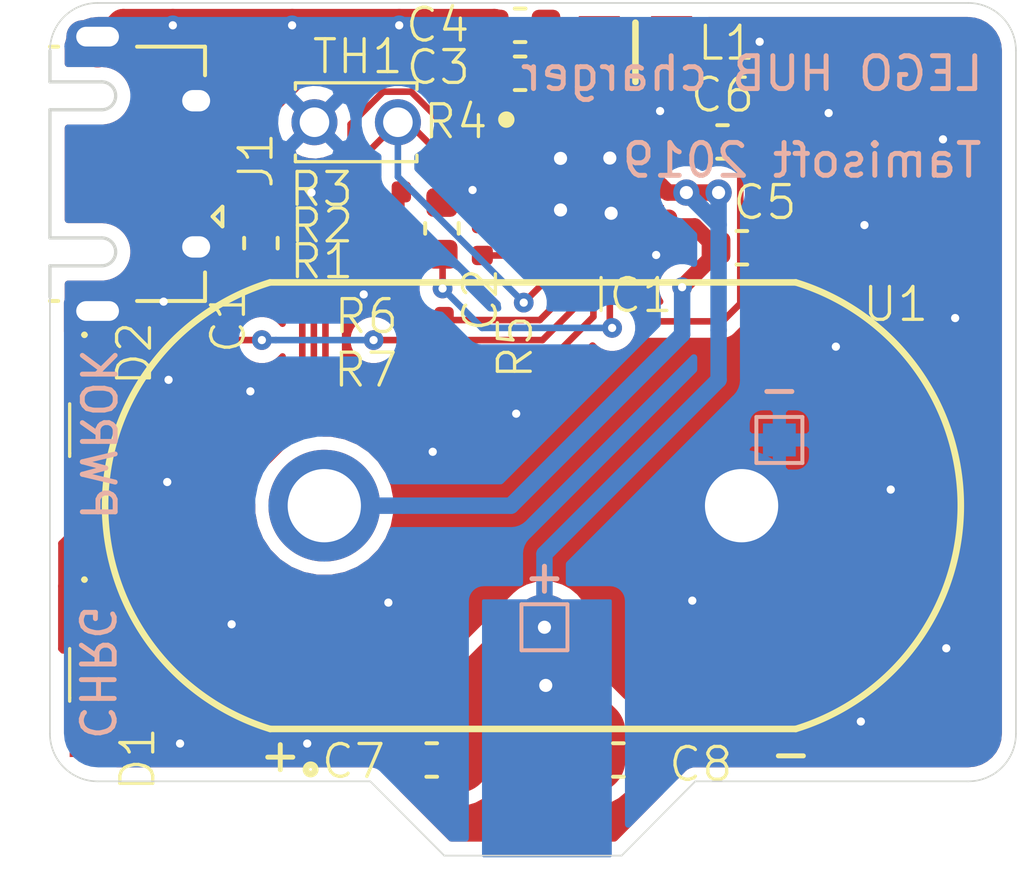
<source format=kicad_pcb>
(kicad_pcb (version 20171130) (host pcbnew "(5.1.5)-3")

  (general
    (thickness 0.8)
    (drawings 21)
    (tracks 245)
    (zones 0)
    (modules 25)
    (nets 20)
  )

  (page A4)
  (title_block
    (title "LEGO HUB rechargable battery")
    (date 2020-01-16)
    (rev v1.0.7)
  )

  (layers
    (0 F.Cu signal)
    (31 B.Cu signal)
    (32 B.Adhes user)
    (33 F.Adhes user)
    (34 B.Paste user)
    (35 F.Paste user)
    (36 B.SilkS user)
    (37 F.SilkS user)
    (38 B.Mask user)
    (39 F.Mask user)
    (40 Dwgs.User user)
    (41 Cmts.User user)
    (42 Eco1.User user)
    (43 Eco2.User user)
    (44 Edge.Cuts user)
    (45 Margin user)
    (46 B.CrtYd user)
    (47 F.CrtYd user)
    (48 B.Fab user)
    (49 F.Fab user)
  )

  (setup
    (last_trace_width 0.1524)
    (user_trace_width 0.154)
    (user_trace_width 0.154)
    (user_trace_width 0.2)
    (user_trace_width 0.5)
    (user_trace_width 1)
    (user_trace_width 2)
    (trace_clearance 0.13)
    (zone_clearance 0.508)
    (zone_45_only no)
    (trace_min 0.1524)
    (via_size 0.6)
    (via_drill 0.25)
    (via_min_size 0.6)
    (via_min_drill 0.25)
    (user_via 0.6 0.25)
    (user_via 0.8 0.4)
    (uvia_size 0.3)
    (uvia_drill 0.1)
    (uvias_allowed no)
    (uvia_min_size 0.2)
    (uvia_min_drill 0.1)
    (edge_width 0.05)
    (segment_width 0.2)
    (pcb_text_width 0.3)
    (pcb_text_size 1.5 1.5)
    (mod_edge_width 0.12)
    (mod_text_size 1 1)
    (mod_text_width 0.15)
    (pad_size 1.524 1.524)
    (pad_drill 0.762)
    (pad_to_mask_clearance 0.051)
    (solder_mask_min_width 0.25)
    (aux_axis_origin 0 0)
    (visible_elements 7FFFFFFF)
    (pcbplotparams
      (layerselection 0x010fc_ffffffff)
      (usegerberextensions false)
      (usegerberattributes false)
      (usegerberadvancedattributes false)
      (creategerberjobfile false)
      (excludeedgelayer true)
      (linewidth 0.100000)
      (plotframeref false)
      (viasonmask false)
      (mode 1)
      (useauxorigin false)
      (hpglpennumber 1)
      (hpglpenspeed 20)
      (hpglpendiameter 15.000000)
      (psnegative false)
      (psa4output false)
      (plotreference true)
      (plotvalue true)
      (plotinvisibletext false)
      (padsonsilk false)
      (subtractmaskfromsilk false)
      (outputformat 1)
      (mirror false)
      (drillshape 1)
      (scaleselection 1)
      (outputdirectory ""))
  )

  (net 0 "")
  (net 1 GND)
  (net 2 /VBUS)
  (net 3 /Vregn)
  (net 4 /PMID)
  (net 5 /BATT+)
  (net 6 /SW)
  (net 7 "Net-(C6-Pad2)")
  (net 8 /OUT+)
  (net 9 "Net-(D1-Pad2)")
  (net 10 /STAT)
  (net 11 /~PG)
  (net 12 "Net-(D2-Pad2)")
  (net 13 /D-)
  (net 14 "Net-(IC1-Pad6)")
  (net 15 /TS)
  (net 16 /ILIM)
  (net 17 /ICHGSET)
  (net 18 /D+)
  (net 19 "Net-(J1-Pad4)")

  (net_class Default "This is the default net class."
    (clearance 0.13)
    (trace_width 0.1524)
    (via_dia 0.6)
    (via_drill 0.25)
    (uvia_dia 0.3)
    (uvia_drill 0.1)
    (add_net /BATT+)
    (add_net /D+)
    (add_net /D-)
    (add_net /ICHGSET)
    (add_net /ILIM)
    (add_net /OUT+)
    (add_net /PMID)
    (add_net /STAT)
    (add_net /SW)
    (add_net /TS)
    (add_net /VBUS)
    (add_net /Vregn)
    (add_net /~PG)
    (add_net GND)
    (add_net "Net-(C6-Pad2)")
    (add_net "Net-(D1-Pad2)")
    (add_net "Net-(D2-Pad2)")
    (add_net "Net-(IC1-Pad6)")
    (add_net "Net-(J1-Pad4)")
  )

  (module QFN50P400X400X100-25N (layer F.Cu) (tedit 0) (tstamp 5E03F418)
    (at 108.99 84.35)
    (descr rge0024h)
    (tags "Integrated Circuit")
    (path /5E03B147)
    (attr smd)
    (fp_text reference IC1 (at 1.46 3.35) (layer F.SilkS)
      (effects (font (size 1 1) (thickness 0.1)))
    )
    (fp_text value BQ25886RGER (at 0.54 -6.35) (layer F.SilkS) hide
      (effects (font (size 1 1) (thickness 0.1)))
    )
    (fp_text user %R (at 0 0) (layer F.Fab)
      (effects (font (size 1.27 1.27) (thickness 0.254)))
    )
    (fp_line (start -2.625 -2.625) (end 2.625 -2.625) (layer F.CrtYd) (width 0.05))
    (fp_line (start 2.625 -2.625) (end 2.625 2.625) (layer F.CrtYd) (width 0.05))
    (fp_line (start 2.625 2.625) (end -2.625 2.625) (layer F.CrtYd) (width 0.05))
    (fp_line (start -2.625 2.625) (end -2.625 -2.625) (layer F.CrtYd) (width 0.05))
    (fp_line (start -2 -2) (end 2 -2) (layer F.Fab) (width 0.1))
    (fp_line (start 2 -2) (end 2 2) (layer F.Fab) (width 0.1))
    (fp_line (start 2 2) (end -2 2) (layer F.Fab) (width 0.1))
    (fp_line (start -2 2) (end -2 -2) (layer F.Fab) (width 0.1))
    (fp_line (start -2 -1.5) (end -1.5 -2) (layer F.Fab) (width 0.1))
    (fp_circle (center -2.4 -2) (end -2.4 -1.875) (layer F.SilkS) (width 0.25))
    (pad 1 smd rect (at -2 -1.25 90) (size 0.3 0.8) (layers F.Cu F.Paste F.Mask)
      (net 13 /D-))
    (pad 2 smd rect (at -2 -0.75 90) (size 0.3 0.8) (layers F.Cu F.Paste F.Mask)
      (net 10 /STAT))
    (pad 3 smd rect (at -2 -0.25 90) (size 0.3 0.8) (layers F.Cu F.Paste F.Mask)
      (net 1 GND))
    (pad 4 smd rect (at -2 0.25 90) (size 0.3 0.8) (layers F.Cu F.Paste F.Mask)
      (net 1 GND))
    (pad 5 smd rect (at -2 0.75 90) (size 0.3 0.8) (layers F.Cu F.Paste F.Mask)
      (net 1 GND))
    (pad 6 smd rect (at -2 1.25 90) (size 0.3 0.8) (layers F.Cu F.Paste F.Mask)
      (net 14 "Net-(IC1-Pad6)"))
    (pad 7 smd rect (at -1.25 2) (size 0.3 0.8) (layers F.Cu F.Paste F.Mask)
      (net 15 /TS))
    (pad 8 smd rect (at -0.75 2) (size 0.3 0.8) (layers F.Cu F.Paste F.Mask)
      (net 16 /ILIM))
    (pad 9 smd rect (at -0.25 2) (size 0.3 0.8) (layers F.Cu F.Paste F.Mask)
      (net 11 /~PG))
    (pad 10 smd rect (at 0.25 2) (size 0.3 0.8) (layers F.Cu F.Paste F.Mask)
      (net 17 /ICHGSET))
    (pad 11 smd rect (at 0.75 2) (size 0.3 0.8) (layers F.Cu F.Paste F.Mask)
      (net 3 /Vregn))
    (pad 12 smd rect (at 1.25 2) (size 0.3 0.8) (layers F.Cu F.Paste F.Mask)
      (net 7 "Net-(C6-Pad2)"))
    (pad 13 smd rect (at 2 1.25 90) (size 0.3 0.8) (layers F.Cu F.Paste F.Mask)
      (net 5 /BATT+))
    (pad 14 smd rect (at 2 0.75 90) (size 0.3 0.8) (layers F.Cu F.Paste F.Mask)
      (net 5 /BATT+))
    (pad 15 smd rect (at 2 0.25 90) (size 0.3 0.8) (layers F.Cu F.Paste F.Mask)
      (net 8 /OUT+))
    (pad 16 smd rect (at 2 -0.25 90) (size 0.3 0.8) (layers F.Cu F.Paste F.Mask)
      (net 8 /OUT+))
    (pad 17 smd rect (at 2 -0.75 90) (size 0.3 0.8) (layers F.Cu F.Paste F.Mask)
      (net 6 /SW))
    (pad 18 smd rect (at 2 -1.25 90) (size 0.3 0.8) (layers F.Cu F.Paste F.Mask)
      (net 6 /SW))
    (pad 19 smd rect (at 1.25 -2) (size 0.3 0.8) (layers F.Cu F.Paste F.Mask)
      (net 1 GND))
    (pad 20 smd rect (at 0.75 -2) (size 0.3 0.8) (layers F.Cu F.Paste F.Mask)
      (net 1 GND))
    (pad 21 smd rect (at 0.25 -2) (size 0.3 0.8) (layers F.Cu F.Paste F.Mask)
      (net 4 /PMID))
    (pad 22 smd rect (at -0.25 -2) (size 0.3 0.8) (layers F.Cu F.Paste F.Mask)
      (net 4 /PMID))
    (pad 23 smd rect (at -0.75 -2) (size 0.3 0.8) (layers F.Cu F.Paste F.Mask)
      (net 2 /VBUS))
    (pad 24 smd rect (at -1.25 -2) (size 0.3 0.8) (layers F.Cu F.Paste F.Mask)
      (net 18 /D+))
    (pad 25 smd rect (at 0 0) (size 2.8 2.8) (layers F.Cu F.Paste F.Mask)
      (net 1 GND))
  )

  (module Resistor_SMD:R_0402_1005Metric (layer F.Cu) (tedit 5B301BBD) (tstamp 5E040457)
    (at 104.22 89.72 180)
    (descr "Resistor SMD 0402 (1005 Metric), square (rectangular) end terminal, IPC_7351 nominal, (Body size source: http://www.tortai-tech.com/upload/download/2011102023233369053.pdf), generated with kicad-footprint-generator")
    (tags resistor)
    (path /5E0D154E)
    (attr smd)
    (fp_text reference R7 (at 1.91 -0.25) (layer F.SilkS)
      (effects (font (size 1 1) (thickness 0.1)))
    )
    (fp_text value 1k5 (at 1.9 -0.07) (layer F.Fab)
      (effects (font (size 0.5 0.5) (thickness 0.05)))
    )
    (fp_text user %R (at 0 0) (layer F.Fab)
      (effects (font (size 0.25 0.25) (thickness 0.04)))
    )
    (fp_line (start 0.93 0.47) (end -0.93 0.47) (layer F.CrtYd) (width 0.05))
    (fp_line (start 0.93 -0.47) (end 0.93 0.47) (layer F.CrtYd) (width 0.05))
    (fp_line (start -0.93 -0.47) (end 0.93 -0.47) (layer F.CrtYd) (width 0.05))
    (fp_line (start -0.93 0.47) (end -0.93 -0.47) (layer F.CrtYd) (width 0.05))
    (fp_line (start 0.5 0.25) (end -0.5 0.25) (layer F.Fab) (width 0.1))
    (fp_line (start 0.5 -0.25) (end 0.5 0.25) (layer F.Fab) (width 0.1))
    (fp_line (start -0.5 -0.25) (end 0.5 -0.25) (layer F.Fab) (width 0.1))
    (fp_line (start -0.5 0.25) (end -0.5 -0.25) (layer F.Fab) (width 0.1))
    (pad 2 smd roundrect (at 0.485 0 180) (size 0.59 0.64) (layers F.Cu F.Paste F.Mask) (roundrect_rratio 0.25)
      (net 1 GND))
    (pad 1 smd roundrect (at -0.485 0 180) (size 0.59 0.64) (layers F.Cu F.Paste F.Mask) (roundrect_rratio 0.25)
      (net 17 /ICHGSET))
    (model ${KISYS3DMOD}/Resistor_SMD.3dshapes/R_0402_1005Metric.wrl
      (at (xyz 0 0 0))
      (scale (xyz 1 1 1))
      (rotate (xyz 0 0 0))
    )
  )

  (module Resistor_SMD:R_0402_1005Metric (layer F.Cu) (tedit 5B301BBD) (tstamp 5E040446)
    (at 104.21 88.37 180)
    (descr "Resistor SMD 0402 (1005 Metric), square (rectangular) end terminal, IPC_7351 nominal, (Body size source: http://www.tortai-tech.com/upload/download/2011102023233369053.pdf), generated with kicad-footprint-generator")
    (tags resistor)
    (path /5E0D1188)
    (attr smd)
    (fp_text reference R6 (at 1.88 0.03) (layer F.SilkS)
      (effects (font (size 1 1) (thickness 0.1)))
    )
    (fp_text value 2k2 (at 1.9 0.03) (layer F.Fab)
      (effects (font (size 0.5 0.5) (thickness 0.05)))
    )
    (fp_text user %R (at 0 0) (layer F.Fab)
      (effects (font (size 0.25 0.25) (thickness 0.04)))
    )
    (fp_line (start 0.93 0.47) (end -0.93 0.47) (layer F.CrtYd) (width 0.05))
    (fp_line (start 0.93 -0.47) (end 0.93 0.47) (layer F.CrtYd) (width 0.05))
    (fp_line (start -0.93 -0.47) (end 0.93 -0.47) (layer F.CrtYd) (width 0.05))
    (fp_line (start -0.93 0.47) (end -0.93 -0.47) (layer F.CrtYd) (width 0.05))
    (fp_line (start 0.5 0.25) (end -0.5 0.25) (layer F.Fab) (width 0.1))
    (fp_line (start 0.5 -0.25) (end 0.5 0.25) (layer F.Fab) (width 0.1))
    (fp_line (start -0.5 -0.25) (end 0.5 -0.25) (layer F.Fab) (width 0.1))
    (fp_line (start -0.5 0.25) (end -0.5 -0.25) (layer F.Fab) (width 0.1))
    (pad 2 smd roundrect (at 0.485 0 180) (size 0.59 0.64) (layers F.Cu F.Paste F.Mask) (roundrect_rratio 0.25)
      (net 1 GND))
    (pad 1 smd roundrect (at -0.485 0 180) (size 0.59 0.64) (layers F.Cu F.Paste F.Mask) (roundrect_rratio 0.25)
      (net 16 /ILIM))
    (model ${KISYS3DMOD}/Resistor_SMD.3dshapes/R_0402_1005Metric.wrl
      (at (xyz 0 0 0))
      (scale (xyz 1 1 1))
      (rotate (xyz 0 0 0))
    )
  )

  (module Resistor_SMD:R_0402_1005Metric (layer F.Cu) (tedit 5B301BBD) (tstamp 5E040435)
    (at 105.86 86 90)
    (descr "Resistor SMD 0402 (1005 Metric), square (rectangular) end terminal, IPC_7351 nominal, (Body size source: http://www.tortai-tech.com/upload/download/2011102023233369053.pdf), generated with kicad-footprint-generator")
    (tags resistor)
    (path /5E0782D3)
    (attr smd)
    (fp_text reference R5 (at -3.27 1 90) (layer F.SilkS)
      (effects (font (size 1 1) (thickness 0.1)))
    )
    (fp_text value 330k (at -3.26 0.98 90) (layer F.Fab)
      (effects (font (size 0.5 0.5) (thickness 0.05)))
    )
    (fp_text user %R (at 0 0 90) (layer F.Fab)
      (effects (font (size 0.25 0.25) (thickness 0.04)))
    )
    (fp_line (start 0.93 0.47) (end -0.93 0.47) (layer F.CrtYd) (width 0.05))
    (fp_line (start 0.93 -0.47) (end 0.93 0.47) (layer F.CrtYd) (width 0.05))
    (fp_line (start -0.93 -0.47) (end 0.93 -0.47) (layer F.CrtYd) (width 0.05))
    (fp_line (start -0.93 0.47) (end -0.93 -0.47) (layer F.CrtYd) (width 0.05))
    (fp_line (start 0.5 0.25) (end -0.5 0.25) (layer F.Fab) (width 0.1))
    (fp_line (start 0.5 -0.25) (end 0.5 0.25) (layer F.Fab) (width 0.1))
    (fp_line (start -0.5 -0.25) (end 0.5 -0.25) (layer F.Fab) (width 0.1))
    (fp_line (start -0.5 0.25) (end -0.5 -0.25) (layer F.Fab) (width 0.1))
    (pad 2 smd roundrect (at 0.485 0 90) (size 0.59 0.64) (layers F.Cu F.Paste F.Mask) (roundrect_rratio 0.25)
      (net 1 GND))
    (pad 1 smd roundrect (at -0.485 0 90) (size 0.59 0.64) (layers F.Cu F.Paste F.Mask) (roundrect_rratio 0.25)
      (net 14 "Net-(IC1-Pad6)"))
    (model ${KISYS3DMOD}/Resistor_SMD.3dshapes/R_0402_1005Metric.wrl
      (at (xyz 0 0 0))
      (scale (xyz 1 1 1))
      (rotate (xyz 0 0 0))
    )
  )

  (module Resistor_SMD:R_0402_1005Metric (layer F.Cu) (tedit 5B301BBD) (tstamp 5E040424)
    (at 105.13 83.48)
    (descr "Resistor SMD 0402 (1005 Metric), square (rectangular) end terminal, IPC_7351 nominal, (Body size source: http://www.tortai-tech.com/upload/download/2011102023233369053.pdf), generated with kicad-footprint-generator")
    (tags resistor)
    (path /5E09CE98)
    (attr smd)
    (fp_text reference R4 (at -0.08 -1.07) (layer F.SilkS)
      (effects (font (size 1 1) (thickness 0.1)))
    )
    (fp_text value 30k1 (at 0.06 -0.75) (layer F.Fab)
      (effects (font (size 0.5 0.5) (thickness 0.05)))
    )
    (fp_text user %R (at 0 0) (layer F.Fab)
      (effects (font (size 0.25 0.25) (thickness 0.04)))
    )
    (fp_line (start 0.93 0.47) (end -0.93 0.47) (layer F.CrtYd) (width 0.05))
    (fp_line (start 0.93 -0.47) (end 0.93 0.47) (layer F.CrtYd) (width 0.05))
    (fp_line (start -0.93 -0.47) (end 0.93 -0.47) (layer F.CrtYd) (width 0.05))
    (fp_line (start -0.93 0.47) (end -0.93 -0.47) (layer F.CrtYd) (width 0.05))
    (fp_line (start 0.5 0.25) (end -0.5 0.25) (layer F.Fab) (width 0.1))
    (fp_line (start 0.5 -0.25) (end 0.5 0.25) (layer F.Fab) (width 0.1))
    (fp_line (start -0.5 -0.25) (end 0.5 -0.25) (layer F.Fab) (width 0.1))
    (fp_line (start -0.5 0.25) (end -0.5 -0.25) (layer F.Fab) (width 0.1))
    (pad 2 smd roundrect (at 0.485 0) (size 0.59 0.64) (layers F.Cu F.Paste F.Mask) (roundrect_rratio 0.25)
      (net 1 GND))
    (pad 1 smd roundrect (at -0.485 0) (size 0.59 0.64) (layers F.Cu F.Paste F.Mask) (roundrect_rratio 0.25)
      (net 15 /TS))
    (model ${KISYS3DMOD}/Resistor_SMD.3dshapes/R_0402_1005Metric.wrl
      (at (xyz 0 0 0))
      (scale (xyz 1 1 1))
      (rotate (xyz 0 0 0))
    )
  )

  (module Resistor_SMD:R_0402_1005Metric (layer F.Cu) (tedit 5B301BBD) (tstamp 5E067AC6)
    (at 102.91 84.55 180)
    (descr "Resistor SMD 0402 (1005 Metric), square (rectangular) end terminal, IPC_7351 nominal, (Body size source: http://www.tortai-tech.com/upload/download/2011102023233369053.pdf), generated with kicad-footprint-generator")
    (tags resistor)
    (path /5E091E21)
    (attr smd)
    (fp_text reference R3 (at 1.95 0.08) (layer F.SilkS)
      (effects (font (size 1 1) (thickness 0.1)))
    )
    (fp_text value 5k23 (at 1.88 -0.02) (layer F.Fab)
      (effects (font (size 0.5 0.5) (thickness 0.05)))
    )
    (fp_text user %R (at 0.01 0) (layer F.Fab)
      (effects (font (size 0.25 0.25) (thickness 0.04)))
    )
    (fp_line (start 0.93 0.47) (end -0.93 0.47) (layer F.CrtYd) (width 0.05))
    (fp_line (start 0.93 -0.47) (end 0.93 0.47) (layer F.CrtYd) (width 0.05))
    (fp_line (start -0.93 -0.47) (end 0.93 -0.47) (layer F.CrtYd) (width 0.05))
    (fp_line (start -0.93 0.47) (end -0.93 -0.47) (layer F.CrtYd) (width 0.05))
    (fp_line (start 0.5 0.25) (end -0.5 0.25) (layer F.Fab) (width 0.1))
    (fp_line (start 0.5 -0.25) (end 0.5 0.25) (layer F.Fab) (width 0.1))
    (fp_line (start -0.5 -0.25) (end 0.5 -0.25) (layer F.Fab) (width 0.1))
    (fp_line (start -0.5 0.25) (end -0.5 -0.25) (layer F.Fab) (width 0.1))
    (pad 2 smd roundrect (at 0.485 0 180) (size 0.59 0.64) (layers F.Cu F.Paste F.Mask) (roundrect_rratio 0.25)
      (net 15 /TS))
    (pad 1 smd roundrect (at -0.485 0 180) (size 0.59 0.64) (layers F.Cu F.Paste F.Mask) (roundrect_rratio 0.25)
      (net 3 /Vregn))
    (model ${KISYS3DMOD}/Resistor_SMD.3dshapes/R_0402_1005Metric.wrl
      (at (xyz 0 0 0))
      (scale (xyz 1 1 1))
      (rotate (xyz 0 0 0))
    )
  )

  (module Resistor_SMD:R_0402_1005Metric (layer F.Cu) (tedit 5B301BBD) (tstamp 5E04324E)
    (at 102.91 85.54 180)
    (descr "Resistor SMD 0402 (1005 Metric), square (rectangular) end terminal, IPC_7351 nominal, (Body size source: http://www.tortai-tech.com/upload/download/2011102023233369053.pdf), generated with kicad-footprint-generator")
    (tags resistor)
    (path /5E0F6B97)
    (attr smd)
    (fp_text reference R2 (at 1.94 -0.04) (layer F.SilkS)
      (effects (font (size 1 1) (thickness 0.1)))
    )
    (fp_text value 560 (at 1.91 -0.05) (layer F.Fab)
      (effects (font (size 0.5 0.5) (thickness 0.05)))
    )
    (fp_text user %R (at 0 0) (layer F.Fab)
      (effects (font (size 0.25 0.25) (thickness 0.04)))
    )
    (fp_line (start 0.93 0.47) (end -0.93 0.47) (layer F.CrtYd) (width 0.05))
    (fp_line (start 0.93 -0.47) (end 0.93 0.47) (layer F.CrtYd) (width 0.05))
    (fp_line (start -0.93 -0.47) (end 0.93 -0.47) (layer F.CrtYd) (width 0.05))
    (fp_line (start -0.93 0.47) (end -0.93 -0.47) (layer F.CrtYd) (width 0.05))
    (fp_line (start 0.5 0.25) (end -0.5 0.25) (layer F.Fab) (width 0.1))
    (fp_line (start 0.5 -0.25) (end 0.5 0.25) (layer F.Fab) (width 0.1))
    (fp_line (start -0.5 -0.25) (end 0.5 -0.25) (layer F.Fab) (width 0.1))
    (fp_line (start -0.5 0.25) (end -0.5 -0.25) (layer F.Fab) (width 0.1))
    (pad 2 smd roundrect (at 0.485 0 180) (size 0.59 0.64) (layers F.Cu F.Paste F.Mask) (roundrect_rratio 0.25)
      (net 12 "Net-(D2-Pad2)"))
    (pad 1 smd roundrect (at -0.485 0 180) (size 0.59 0.64) (layers F.Cu F.Paste F.Mask) (roundrect_rratio 0.25)
      (net 3 /Vregn))
    (model ${KISYS3DMOD}/Resistor_SMD.3dshapes/R_0402_1005Metric.wrl
      (at (xyz 0 0 0))
      (scale (xyz 1 1 1))
      (rotate (xyz 0 0 0))
    )
  )

  (module Resistor_SMD:R_0402_1005Metric (layer F.Cu) (tedit 5B301BBD) (tstamp 5E0403F1)
    (at 102.91 86.52 180)
    (descr "Resistor SMD 0402 (1005 Metric), square (rectangular) end terminal, IPC_7351 nominal, (Body size source: http://www.tortai-tech.com/upload/download/2011102023233369053.pdf), generated with kicad-footprint-generator")
    (tags resistor)
    (path /5E0F6776)
    (attr smd)
    (fp_text reference R1 (at 1.94 -0.15) (layer F.SilkS)
      (effects (font (size 1 1) (thickness 0.1)))
    )
    (fp_text value 680 (at 1.89 -0.09) (layer F.Fab)
      (effects (font (size 0.5 0.5) (thickness 0.05)))
    )
    (fp_text user %R (at -0.06 0) (layer F.Fab)
      (effects (font (size 0.25 0.25) (thickness 0.04)))
    )
    (fp_line (start 0.93 0.47) (end -0.93 0.47) (layer F.CrtYd) (width 0.05))
    (fp_line (start 0.93 -0.47) (end 0.93 0.47) (layer F.CrtYd) (width 0.05))
    (fp_line (start -0.93 -0.47) (end 0.93 -0.47) (layer F.CrtYd) (width 0.05))
    (fp_line (start -0.93 0.47) (end -0.93 -0.47) (layer F.CrtYd) (width 0.05))
    (fp_line (start 0.5 0.25) (end -0.5 0.25) (layer F.Fab) (width 0.1))
    (fp_line (start 0.5 -0.25) (end 0.5 0.25) (layer F.Fab) (width 0.1))
    (fp_line (start -0.5 -0.25) (end 0.5 -0.25) (layer F.Fab) (width 0.1))
    (fp_line (start -0.5 0.25) (end -0.5 -0.25) (layer F.Fab) (width 0.1))
    (pad 2 smd roundrect (at 0.485 0 180) (size 0.59 0.64) (layers F.Cu F.Paste F.Mask) (roundrect_rratio 0.25)
      (net 9 "Net-(D1-Pad2)"))
    (pad 1 smd roundrect (at -0.485 0 180) (size 0.59 0.64) (layers F.Cu F.Paste F.Mask) (roundrect_rratio 0.25)
      (net 3 /Vregn))
    (model ${KISYS3DMOD}/Resistor_SMD.3dshapes/R_0402_1005Metric.wrl
      (at (xyz 0 0 0))
      (scale (xyz 1 1 1))
      (rotate (xyz 0 0 0))
    )
  )

  (module charger:LEGO_HUB_BOARD locked (layer F.Cu) (tedit 5E03F440) (tstamp 5E20EB27)
    (at 122.1 85.4)
    (fp_text reference REF** (at -2.3 18.39) (layer F.SilkS) hide
      (effects (font (size 1 1) (thickness 0.1)))
    )
    (fp_text value LEGO_HUB_BOARD (at -4.15 19.86) (layer F.Fab) hide
      (effects (font (size 1 1) (thickness 0.1)))
    )
    (fp_text user - (at -7.2 5.16) (layer Eco1.User)
      (effects (font (size 1 1) (thickness 0.15)))
    )
    (fp_poly (pts (xy -5.1 17.35) (xy -9.1 17.35) (xy -9.1 5.8) (xy -5.1 5.8)) (layer Eco1.User) (width 0.1))
    (fp_text user + (at -14.38 10.93) (layer Eco1.User)
      (effects (font (size 1 1) (thickness 0.15)))
    )
    (fp_poly (pts (xy -12.37 19.36) (xy -16.2 19.36) (xy -16.2 11.6) (xy -12.37 11.6)) (layer Eco1.User) (width 0.1))
    (fp_line (start -8.35 8.68) (end -7.6 8.68) (layer Eco2.User) (width 0.12))
    (fp_line (start -8.35 8.68) (end -8.35 7.93) (layer Eco2.User) (width 0.12))
    (fp_line (start -8.35 8.68) (end -9.1 8.68) (layer Eco2.User) (width 0.12))
    (fp_line (start -8.35 8.68) (end -8.35 9.43) (layer Eco2.User) (width 0.12))
    (fp_line (start -21.05 8.68) (end -20.3 8.68) (layer Eco2.User) (width 0.12))
    (fp_line (start -21.05 8.68) (end -21.05 7.93) (layer Eco2.User) (width 0.12))
    (fp_line (start -21.05 8.68) (end -21.8 8.68) (layer Eco2.User) (width 0.12))
    (fp_line (start -21.05 8.68) (end -21.05 9.43) (layer Eco2.User) (width 0.12))
    (fp_text user "9V batt" (at -4.69 16.03 unlocked) (layer Eco2.User)
      (effects (font (size 1 1) (thickness 0.1)))
    )
    (fp_line (start -1.45 17.35) (end -1.45 0) (layer Eco2.User) (width 0.12))
    (fp_line (start -27.95 17.35) (end -1.45 17.35) (layer Eco2.User) (width 0.12))
    (fp_line (start -27.95 0) (end -27.95 17.35) (layer Eco2.User) (width 0.12))
    (fp_line (start -1.45 0) (end -27.95 0) (layer Eco2.User) (width 0.12))
    (fp_line (start -29.4 -6.6) (end -29.4 0) (layer Eco1.User) (width 0.12))
    (fp_line (start 0 -6.6) (end -29.4 -6.6) (layer Eco1.User) (width 0.12))
    (fp_line (start 0 0) (end 0 -6.6) (layer Eco1.User) (width 0.12))
    (fp_line (start -17.4 19.35) (end -12 19.35) (layer Eco1.User) (width 0.12))
    (fp_line (start -10 17.35) (end -12 19.35) (layer Eco1.User) (width 0.12))
    (fp_line (start -19.4 17.35) (end -17.4 19.35) (layer Eco1.User) (width 0.12))
    (fp_line (start 0 17.35) (end -10 17.35) (layer Eco1.User) (width 0.12))
    (fp_line (start 0 0) (end 0 17.35) (layer Eco1.User) (width 0.12))
    (fp_line (start -29.4 17.35) (end -19.4 17.35) (layer Eco1.User) (width 0.12))
    (fp_line (start -29.4 0) (end -29.4 17.35) (layer Eco1.User) (width 0.12))
    (fp_line (start 0 0) (end -29.4 0) (layer Eco1.User) (width 0.12))
  )

  (module 967 locked (layer F.Cu) (tedit 0) (tstamp 5E03F428)
    (at 107.4 94.1)
    (descr 967)
    (tags "Undefined or Miscellaneous")
    (path /5E03AB77)
    (zone_connect 2)
    (fp_text reference U1 (at 11.04 -6.13) (layer F.SilkS)
      (effects (font (size 1 1) (thickness 0.1)))
    )
    (fp_text value 967 (at -0.51401 -0.1366) (layer F.SilkS) hide
      (effects (font (size 1 1) (thickness 0.1)))
    )
    (fp_text user %R (at -0.51401 -0.1366) (layer F.Fab) hide
      (effects (font (size 0.5 0.5) (thickness 0.05)))
    )
    (fp_line (start -8 -6.795) (end 8 -6.795) (layer F.Fab) (width 0.2))
    (fp_line (start -8 6.795) (end 8 6.795) (layer F.Fab) (width 0.2))
    (fp_line (start -8 -6.795) (end 8 -6.795) (layer F.SilkS) (width 0.2))
    (fp_line (start -8 6.795) (end 8 6.795) (layer F.SilkS) (width 0.2))
    (fp_circle (center -6.766 8.027) (end -6.766 8.17034) (layer F.SilkS) (width 0.2))
    (fp_arc (start 5.91309 0) (end 8 -6.795) (angle 145.9) (layer F.Fab) (width 0.2))
    (fp_arc (start -5.91309 0) (end -8 -6.795) (angle -145.9) (layer F.Fab) (width 0.2))
    (fp_arc (start 5.91402 0) (end 8 6.795) (angle -145.9) (layer F.SilkS) (width 0.2))
    (fp_arc (start -5.91403 0) (end -8 -6.795) (angle -145.9) (layer F.SilkS) (width 0.2))
    (pad 1 thru_hole circle (at -6.35 0) (size 3.4 3.4) (drill 2.23) (layers *.Cu *.Mask)
      (net 5 /BATT+) (zone_connect 2))
    (pad 2 thru_hole circle (at 6.35 0) (size 3.4 3.4) (drill 2.23) (layers *.Cu *.Mask)
      (net 1 GND) (zone_connect 2))
    (model "${GITROOT}/libraries/3d/9V Battery.STEP"
      (offset (xyz 0 0 50))
      (scale (xyz 1 1 1))
      (rotate (xyz 90 0 0))
    )
    (model ${GITROOT}/libraries/3d/keystone-PN967.STEP
      (offset (xyz -3.07 -1.23 1.5))
      (scale (xyz 1 1 1))
      (rotate (xyz -90 0 0))
    )
  )

  (module Capacitor_SMD:C_0603_1608Metric (layer F.Cu) (tedit 5B301BBE) (tstamp 5E04032D)
    (at 99.12 86.11 270)
    (descr "Capacitor SMD 0603 (1608 Metric), square (rectangular) end terminal, IPC_7351 nominal, (Body size source: http://www.tortai-tech.com/upload/download/2011102023233369053.pdf), generated with kicad-footprint-generator")
    (tags capacitor)
    (path /5E0514B8)
    (attr smd)
    (fp_text reference C1 (at 2.38 0.99 90) (layer F.SilkS)
      (effects (font (size 1 1) (thickness 0.1)))
    )
    (fp_text value 1u (at 2.17 0.01 90) (layer F.Fab)
      (effects (font (size 0.5 0.5) (thickness 0.05)))
    )
    (fp_text user %R (at 0 0 90) (layer F.Fab)
      (effects (font (size 0.4 0.4) (thickness 0.06)))
    )
    (fp_line (start 1.48 0.73) (end -1.48 0.73) (layer F.CrtYd) (width 0.05))
    (fp_line (start 1.48 -0.73) (end 1.48 0.73) (layer F.CrtYd) (width 0.05))
    (fp_line (start -1.48 -0.73) (end 1.48 -0.73) (layer F.CrtYd) (width 0.05))
    (fp_line (start -1.48 0.73) (end -1.48 -0.73) (layer F.CrtYd) (width 0.05))
    (fp_line (start -0.162779 0.51) (end 0.162779 0.51) (layer F.SilkS) (width 0.12))
    (fp_line (start -0.162779 -0.51) (end 0.162779 -0.51) (layer F.SilkS) (width 0.12))
    (fp_line (start 0.8 0.4) (end -0.8 0.4) (layer F.Fab) (width 0.1))
    (fp_line (start 0.8 -0.4) (end 0.8 0.4) (layer F.Fab) (width 0.1))
    (fp_line (start -0.8 -0.4) (end 0.8 -0.4) (layer F.Fab) (width 0.1))
    (fp_line (start -0.8 0.4) (end -0.8 -0.4) (layer F.Fab) (width 0.1))
    (pad 2 smd roundrect (at 0.7875 0 270) (size 0.875 0.95) (layers F.Cu F.Paste F.Mask) (roundrect_rratio 0.25)
      (net 1 GND))
    (pad 1 smd roundrect (at -0.7875 0 270) (size 0.875 0.95) (layers F.Cu F.Paste F.Mask) (roundrect_rratio 0.25)
      (net 2 /VBUS))
    (model ${KISYS3DMOD}/Capacitor_SMD.3dshapes/C_0603_1608Metric.wrl
      (at (xyz 0 0 0))
      (scale (xyz 1 1 1))
      (rotate (xyz 0 0 0))
    )
  )

  (module Capacitor_SMD:C_0603_1608Metric (layer F.Cu) (tedit 5B301BBE) (tstamp 5E04033E)
    (at 104.63 85.66 90)
    (descr "Capacitor SMD 0603 (1608 Metric), square (rectangular) end terminal, IPC_7351 nominal, (Body size source: http://www.tortai-tech.com/upload/download/2011102023233369053.pdf), generated with kicad-footprint-generator")
    (tags capacitor)
    (path /5E0889ED)
    (attr smd)
    (fp_text reference C2 (at -2.17 1.17 90) (layer F.SilkS)
      (effects (font (size 1 1) (thickness 0.1)))
    )
    (fp_text value 4u7 (at -2.39 1.22 90) (layer F.Fab)
      (effects (font (size 0.5 0.5) (thickness 0.05)))
    )
    (fp_text user %R (at 0 0 90) (layer F.Fab)
      (effects (font (size 0.4 0.4) (thickness 0.06)))
    )
    (fp_line (start 1.48 0.73) (end -1.48 0.73) (layer F.CrtYd) (width 0.05))
    (fp_line (start 1.48 -0.73) (end 1.48 0.73) (layer F.CrtYd) (width 0.05))
    (fp_line (start -1.48 -0.73) (end 1.48 -0.73) (layer F.CrtYd) (width 0.05))
    (fp_line (start -1.48 0.73) (end -1.48 -0.73) (layer F.CrtYd) (width 0.05))
    (fp_line (start -0.162779 0.51) (end 0.162779 0.51) (layer F.SilkS) (width 0.12))
    (fp_line (start -0.162779 -0.51) (end 0.162779 -0.51) (layer F.SilkS) (width 0.12))
    (fp_line (start 0.8 0.4) (end -0.8 0.4) (layer F.Fab) (width 0.1))
    (fp_line (start 0.8 -0.4) (end 0.8 0.4) (layer F.Fab) (width 0.1))
    (fp_line (start -0.8 -0.4) (end 0.8 -0.4) (layer F.Fab) (width 0.1))
    (fp_line (start -0.8 0.4) (end -0.8 -0.4) (layer F.Fab) (width 0.1))
    (pad 2 smd roundrect (at 0.7875 0 90) (size 0.875 0.95) (layers F.Cu F.Paste F.Mask) (roundrect_rratio 0.25)
      (net 1 GND))
    (pad 1 smd roundrect (at -0.7875 0 90) (size 0.875 0.95) (layers F.Cu F.Paste F.Mask) (roundrect_rratio 0.25)
      (net 3 /Vregn))
    (model ${KISYS3DMOD}/Capacitor_SMD.3dshapes/C_0603_1608Metric.wrl
      (at (xyz 0 0 0))
      (scale (xyz 1 1 1))
      (rotate (xyz 0 0 0))
    )
  )

  (module Capacitor_SMD:C_0603_1608Metric (layer F.Cu) (tedit 5B301BBE) (tstamp 5E04034F)
    (at 107.01 80.94 180)
    (descr "Capacitor SMD 0603 (1608 Metric), square (rectangular) end terminal, IPC_7351 nominal, (Body size source: http://www.tortai-tech.com/upload/download/2011102023233369053.pdf), generated with kicad-footprint-generator")
    (tags capacitor)
    (path /5E05AFFC)
    (attr smd)
    (fp_text reference C3 (at 2.49 0.18) (layer F.SilkS)
      (effects (font (size 1 1) (thickness 0.1)))
    )
    (fp_text value 10u (at 2.16 0.02) (layer F.Fab)
      (effects (font (size 0.5 0.5) (thickness 0.05)))
    )
    (fp_line (start -0.8 0.4) (end -0.8 -0.4) (layer F.Fab) (width 0.1))
    (fp_line (start -0.8 -0.4) (end 0.8 -0.4) (layer F.Fab) (width 0.1))
    (fp_line (start 0.8 -0.4) (end 0.8 0.4) (layer F.Fab) (width 0.1))
    (fp_line (start 0.8 0.4) (end -0.8 0.4) (layer F.Fab) (width 0.1))
    (fp_line (start -0.162779 -0.51) (end 0.162779 -0.51) (layer F.SilkS) (width 0.12))
    (fp_line (start -0.162779 0.51) (end 0.162779 0.51) (layer F.SilkS) (width 0.12))
    (fp_line (start -1.48 0.73) (end -1.48 -0.73) (layer F.CrtYd) (width 0.05))
    (fp_line (start -1.48 -0.73) (end 1.48 -0.73) (layer F.CrtYd) (width 0.05))
    (fp_line (start 1.48 -0.73) (end 1.48 0.73) (layer F.CrtYd) (width 0.05))
    (fp_line (start 1.48 0.73) (end -1.48 0.73) (layer F.CrtYd) (width 0.05))
    (fp_text user %R (at 0 0) (layer F.Fab)
      (effects (font (size 0.4 0.4) (thickness 0.06)))
    )
    (pad 1 smd roundrect (at -0.7875 0 180) (size 0.875 0.95) (layers F.Cu F.Paste F.Mask) (roundrect_rratio 0.25)
      (net 4 /PMID))
    (pad 2 smd roundrect (at 0.7875 0 180) (size 0.875 0.95) (layers F.Cu F.Paste F.Mask) (roundrect_rratio 0.25)
      (net 1 GND))
    (model ${KISYS3DMOD}/Capacitor_SMD.3dshapes/C_0603_1608Metric.wrl
      (at (xyz 0 0 0))
      (scale (xyz 1 1 1))
      (rotate (xyz 0 0 0))
    )
  )

  (module Capacitor_SMD:C_0603_1608Metric (layer F.Cu) (tedit 5B301BBE) (tstamp 5E040360)
    (at 107.01 79.48 180)
    (descr "Capacitor SMD 0603 (1608 Metric), square (rectangular) end terminal, IPC_7351 nominal, (Body size source: http://www.tortai-tech.com/upload/download/2011102023233369053.pdf), generated with kicad-footprint-generator")
    (tags capacitor)
    (path /5E05B49C)
    (attr smd)
    (fp_text reference C4 (at 2.51 0.01) (layer F.SilkS)
      (effects (font (size 1 1) (thickness 0.1)))
    )
    (fp_text value 22u (at 2.34 0.02) (layer F.Fab)
      (effects (font (size 0.5 0.5) (thickness 0.05)))
    )
    (fp_text user %R (at 0 0) (layer F.Fab)
      (effects (font (size 0.4 0.4) (thickness 0.06)))
    )
    (fp_line (start 1.48 0.73) (end -1.48 0.73) (layer F.CrtYd) (width 0.05))
    (fp_line (start 1.48 -0.73) (end 1.48 0.73) (layer F.CrtYd) (width 0.05))
    (fp_line (start -1.48 -0.73) (end 1.48 -0.73) (layer F.CrtYd) (width 0.05))
    (fp_line (start -1.48 0.73) (end -1.48 -0.73) (layer F.CrtYd) (width 0.05))
    (fp_line (start -0.162779 0.51) (end 0.162779 0.51) (layer F.SilkS) (width 0.12))
    (fp_line (start -0.162779 -0.51) (end 0.162779 -0.51) (layer F.SilkS) (width 0.12))
    (fp_line (start 0.8 0.4) (end -0.8 0.4) (layer F.Fab) (width 0.1))
    (fp_line (start 0.8 -0.4) (end 0.8 0.4) (layer F.Fab) (width 0.1))
    (fp_line (start -0.8 -0.4) (end 0.8 -0.4) (layer F.Fab) (width 0.1))
    (fp_line (start -0.8 0.4) (end -0.8 -0.4) (layer F.Fab) (width 0.1))
    (pad 2 smd roundrect (at 0.7875 0 180) (size 0.875 0.95) (layers F.Cu F.Paste F.Mask) (roundrect_rratio 0.25)
      (net 1 GND))
    (pad 1 smd roundrect (at -0.7875 0 180) (size 0.875 0.95) (layers F.Cu F.Paste F.Mask) (roundrect_rratio 0.25)
      (net 4 /PMID))
    (model ${KISYS3DMOD}/Capacitor_SMD.3dshapes/C_0603_1608Metric.wrl
      (at (xyz 0 0 0))
      (scale (xyz 1 1 1))
      (rotate (xyz 0 0 0))
    )
  )

  (module Capacitor_SMD:C_0603_1608Metric (layer F.Cu) (tedit 5B301BBE) (tstamp 5E040371)
    (at 113.76 86.25)
    (descr "Capacitor SMD 0603 (1608 Metric), square (rectangular) end terminal, IPC_7351 nominal, (Body size source: http://www.tortai-tech.com/upload/download/2011102023233369053.pdf), generated with kicad-footprint-generator")
    (tags capacitor)
    (path /5E05F0FC)
    (attr smd)
    (fp_text reference C5 (at 0.7 -1.38) (layer F.SilkS)
      (effects (font (size 1 1) (thickness 0.1)))
    )
    (fp_text value 10u (at 2.22 0.01) (layer F.Fab)
      (effects (font (size 0.5 0.5) (thickness 0.05)))
    )
    (fp_line (start -0.8 0.4) (end -0.8 -0.4) (layer F.Fab) (width 0.1))
    (fp_line (start -0.8 -0.4) (end 0.8 -0.4) (layer F.Fab) (width 0.1))
    (fp_line (start 0.8 -0.4) (end 0.8 0.4) (layer F.Fab) (width 0.1))
    (fp_line (start 0.8 0.4) (end -0.8 0.4) (layer F.Fab) (width 0.1))
    (fp_line (start -0.162779 -0.51) (end 0.162779 -0.51) (layer F.SilkS) (width 0.12))
    (fp_line (start -0.162779 0.51) (end 0.162779 0.51) (layer F.SilkS) (width 0.12))
    (fp_line (start -1.48 0.73) (end -1.48 -0.73) (layer F.CrtYd) (width 0.05))
    (fp_line (start -1.48 -0.73) (end 1.48 -0.73) (layer F.CrtYd) (width 0.05))
    (fp_line (start 1.48 -0.73) (end 1.48 0.73) (layer F.CrtYd) (width 0.05))
    (fp_line (start 1.48 0.73) (end -1.48 0.73) (layer F.CrtYd) (width 0.05))
    (fp_text user %R (at 0 0) (layer F.Fab)
      (effects (font (size 0.4 0.4) (thickness 0.06)))
    )
    (pad 1 smd roundrect (at -0.7875 0) (size 0.875 0.95) (layers F.Cu F.Paste F.Mask) (roundrect_rratio 0.25)
      (net 5 /BATT+))
    (pad 2 smd roundrect (at 0.7875 0) (size 0.875 0.95) (layers F.Cu F.Paste F.Mask) (roundrect_rratio 0.25)
      (net 1 GND))
    (model ${KISYS3DMOD}/Capacitor_SMD.3dshapes/C_0603_1608Metric.wrl
      (at (xyz 0 0 0))
      (scale (xyz 1 1 1))
      (rotate (xyz 0 0 0))
    )
  )

  (module Capacitor_SMD:C_0603_1608Metric (layer F.Cu) (tedit 5B301BBE) (tstamp 5E040382)
    (at 113.17 83.03)
    (descr "Capacitor SMD 0603 (1608 Metric), square (rectangular) end terminal, IPC_7351 nominal, (Body size source: http://www.tortai-tech.com/upload/download/2011102023233369053.pdf), generated with kicad-footprint-generator")
    (tags capacitor)
    (path /5E082BE9)
    (attr smd)
    (fp_text reference C6 (at 0 -1.43) (layer F.SilkS)
      (effects (font (size 1 1) (thickness 0.1)))
    )
    (fp_text value 47n (at 2.15 0.08) (layer F.Fab)
      (effects (font (size 0.5 0.5) (thickness 0.05)))
    )
    (fp_line (start -0.8 0.4) (end -0.8 -0.4) (layer F.Fab) (width 0.1))
    (fp_line (start -0.8 -0.4) (end 0.8 -0.4) (layer F.Fab) (width 0.1))
    (fp_line (start 0.8 -0.4) (end 0.8 0.4) (layer F.Fab) (width 0.1))
    (fp_line (start 0.8 0.4) (end -0.8 0.4) (layer F.Fab) (width 0.1))
    (fp_line (start -0.162779 -0.51) (end 0.162779 -0.51) (layer F.SilkS) (width 0.12))
    (fp_line (start -0.162779 0.51) (end 0.162779 0.51) (layer F.SilkS) (width 0.12))
    (fp_line (start -1.48 0.73) (end -1.48 -0.73) (layer F.CrtYd) (width 0.05))
    (fp_line (start -1.48 -0.73) (end 1.48 -0.73) (layer F.CrtYd) (width 0.05))
    (fp_line (start 1.48 -0.73) (end 1.48 0.73) (layer F.CrtYd) (width 0.05))
    (fp_line (start 1.48 0.73) (end -1.48 0.73) (layer F.CrtYd) (width 0.05))
    (fp_text user %R (at 0 0) (layer F.Fab)
      (effects (font (size 0.4 0.4) (thickness 0.06)))
    )
    (pad 1 smd roundrect (at -0.7875 0) (size 0.875 0.95) (layers F.Cu F.Paste F.Mask) (roundrect_rratio 0.25)
      (net 6 /SW))
    (pad 2 smd roundrect (at 0.7875 0) (size 0.875 0.95) (layers F.Cu F.Paste F.Mask) (roundrect_rratio 0.25)
      (net 7 "Net-(C6-Pad2)"))
    (model ${KISYS3DMOD}/Capacitor_SMD.3dshapes/C_0603_1608Metric.wrl
      (at (xyz 0 0 0))
      (scale (xyz 1 1 1))
      (rotate (xyz 0 0 0))
    )
  )

  (module Capacitor_SMD:C_0603_1608Metric (layer F.Cu) (tedit 5B301BBE) (tstamp 5E040393)
    (at 104.32 101.84 180)
    (descr "Capacitor SMD 0603 (1608 Metric), square (rectangular) end terminal, IPC_7351 nominal, (Body size source: http://www.tortai-tech.com/upload/download/2011102023233369053.pdf), generated with kicad-footprint-generator")
    (tags capacitor)
    (path /5E071428)
    (attr smd)
    (fp_text reference C7 (at 2.38 -0.04) (layer F.SilkS)
      (effects (font (size 1 1) (thickness 0.1)))
    )
    (fp_text value 22u (at 2.35 -0.01) (layer F.Fab)
      (effects (font (size 0.5 0.5) (thickness 0.05)))
    )
    (fp_text user %R (at 0 0) (layer F.Fab)
      (effects (font (size 0.4 0.4) (thickness 0.06)))
    )
    (fp_line (start 1.48 0.73) (end -1.48 0.73) (layer F.CrtYd) (width 0.05))
    (fp_line (start 1.48 -0.73) (end 1.48 0.73) (layer F.CrtYd) (width 0.05))
    (fp_line (start -1.48 -0.73) (end 1.48 -0.73) (layer F.CrtYd) (width 0.05))
    (fp_line (start -1.48 0.73) (end -1.48 -0.73) (layer F.CrtYd) (width 0.05))
    (fp_line (start -0.162779 0.51) (end 0.162779 0.51) (layer F.SilkS) (width 0.12))
    (fp_line (start -0.162779 -0.51) (end 0.162779 -0.51) (layer F.SilkS) (width 0.12))
    (fp_line (start 0.8 0.4) (end -0.8 0.4) (layer F.Fab) (width 0.1))
    (fp_line (start 0.8 -0.4) (end 0.8 0.4) (layer F.Fab) (width 0.1))
    (fp_line (start -0.8 -0.4) (end 0.8 -0.4) (layer F.Fab) (width 0.1))
    (fp_line (start -0.8 0.4) (end -0.8 -0.4) (layer F.Fab) (width 0.1))
    (pad 2 smd roundrect (at 0.7875 0 180) (size 0.875 0.95) (layers F.Cu F.Paste F.Mask) (roundrect_rratio 0.25)
      (net 1 GND))
    (pad 1 smd roundrect (at -0.7875 0 180) (size 0.875 0.95) (layers F.Cu F.Paste F.Mask) (roundrect_rratio 0.25)
      (net 8 /OUT+))
    (model ${KISYS3DMOD}/Capacitor_SMD.3dshapes/C_0603_1608Metric.wrl
      (at (xyz 0 0 0))
      (scale (xyz 1 1 1))
      (rotate (xyz 0 0 0))
    )
  )

  (module Capacitor_SMD:C_0603_1608Metric (layer F.Cu) (tedit 5B301BBE) (tstamp 5E0403A4)
    (at 110 101.84)
    (descr "Capacitor SMD 0603 (1608 Metric), square (rectangular) end terminal, IPC_7351 nominal, (Body size source: http://www.tortai-tech.com/upload/download/2011102023233369053.pdf), generated with kicad-footprint-generator")
    (tags capacitor)
    (path /5E106915)
    (attr smd)
    (fp_text reference C8 (at 2.51 0.13) (layer F.SilkS)
      (effects (font (size 1 1) (thickness 0.1)))
    )
    (fp_text value 22u (at 2.31 0.05) (layer F.Fab)
      (effects (font (size 0.5 0.5) (thickness 0.05)))
    )
    (fp_line (start -0.8 0.4) (end -0.8 -0.4) (layer F.Fab) (width 0.1))
    (fp_line (start -0.8 -0.4) (end 0.8 -0.4) (layer F.Fab) (width 0.1))
    (fp_line (start 0.8 -0.4) (end 0.8 0.4) (layer F.Fab) (width 0.1))
    (fp_line (start 0.8 0.4) (end -0.8 0.4) (layer F.Fab) (width 0.1))
    (fp_line (start -0.162779 -0.51) (end 0.162779 -0.51) (layer F.SilkS) (width 0.12))
    (fp_line (start -0.162779 0.51) (end 0.162779 0.51) (layer F.SilkS) (width 0.12))
    (fp_line (start -1.48 0.73) (end -1.48 -0.73) (layer F.CrtYd) (width 0.05))
    (fp_line (start -1.48 -0.73) (end 1.48 -0.73) (layer F.CrtYd) (width 0.05))
    (fp_line (start 1.48 -0.73) (end 1.48 0.73) (layer F.CrtYd) (width 0.05))
    (fp_line (start 1.48 0.73) (end -1.48 0.73) (layer F.CrtYd) (width 0.05))
    (fp_text user %R (at 0 0) (layer F.Fab)
      (effects (font (size 0.4 0.4) (thickness 0.06)))
    )
    (pad 1 smd roundrect (at -0.7875 0) (size 0.875 0.95) (layers F.Cu F.Paste F.Mask) (roundrect_rratio 0.25)
      (net 8 /OUT+))
    (pad 2 smd roundrect (at 0.7875 0) (size 0.875 0.95) (layers F.Cu F.Paste F.Mask) (roundrect_rratio 0.25)
      (net 1 GND))
    (model ${KISYS3DMOD}/Capacitor_SMD.3dshapes/C_0603_1608Metric.wrl
      (at (xyz 0 0 0))
      (scale (xyz 1 1 1))
      (rotate (xyz 0 0 0))
    )
  )

  (module SamacSys_Parts:HSMAC110 (layer F.Cu) (tedit 0) (tstamp 5E0403BA)
    (at 93.8 99.25 270)
    (descr HSMA-C110)
    (tags LED)
    (path /5E0EE920)
    (attr smd)
    (fp_text reference D1 (at 2.56 -1.57 90) (layer F.SilkS)
      (effects (font (size 1 1) (thickness 0.1)))
    )
    (fp_text value RED (at -0.04 0.03 270 unlocked) (layer B.SilkS) hide
      (effects (font (size 1 1) (thickness 0.1)) (justify mirror))
    )
    (fp_arc (start -2.9 0.05) (end -2.9 0.1) (angle 180) (layer F.SilkS) (width 0.1))
    (fp_arc (start -2.9 0.05) (end -2.9 0) (angle 180) (layer F.SilkS) (width 0.1))
    (fp_line (start -2.9 0.1) (end -2.9 0.1) (layer F.SilkS) (width 0.1))
    (fp_line (start -2.9 0) (end -2.9 0) (layer F.SilkS) (width 0.1))
    (fp_line (start 0.8 0.5) (end 0.7 0.5) (layer F.SilkS) (width 0.1))
    (fp_line (start -0.8 0.5) (end 0.7 0.5) (layer F.SilkS) (width 0.1))
    (fp_line (start -3.95 1.5) (end -3.95 -2.1) (layer F.CrtYd) (width 0.1))
    (fp_line (start 3.5 1.5) (end -3.95 1.5) (layer F.CrtYd) (width 0.1))
    (fp_line (start 3.5 -2.1) (end 3.5 1.5) (layer F.CrtYd) (width 0.1))
    (fp_line (start -3.95 -2.1) (end 3.5 -2.1) (layer F.CrtYd) (width 0.1))
    (fp_line (start -1.6 0.5) (end -1.6 -0.5) (layer F.Fab) (width 0.2))
    (fp_line (start 1.6 0.5) (end -1.6 0.5) (layer F.Fab) (width 0.2))
    (fp_line (start 1.6 -0.5) (end 1.6 0.5) (layer F.Fab) (width 0.2))
    (fp_line (start -1.6 -0.5) (end 1.6 -0.5) (layer F.Fab) (width 0.2))
    (fp_text user "%R side lit" (at -0.3 1.97 90) (layer F.Fab)
      (effects (font (size 0.5 0.5) (thickness 0.05)))
    )
    (pad 3 smd rect (at 0 -0.65) (size 0.9 0.9) (layers F.Cu F.Paste F.Mask))
    (pad 2 smd rect (at 1.75 0) (size 1 1.5) (layers F.Cu F.Paste F.Mask)
      (net 9 "Net-(D1-Pad2)"))
    (pad 1 smd rect (at -1.75 0) (size 1 1.5) (layers F.Cu F.Paste F.Mask)
      (net 10 /STAT))
  )

  (module SamacSys_Parts:HSMAC110 (layer F.Cu) (tedit 0) (tstamp 5E0403D0)
    (at 93.8 91.8 270)
    (descr HSMA-C110)
    (tags LED)
    (path /5E0EF65F)
    (attr smd)
    (fp_text reference D2 (at -2.33 -1.47 90) (layer F.SilkS)
      (effects (font (size 1 1) (thickness 0.1)))
    )
    (fp_text value GREEN (at -0.07 -0.06 270 unlocked) (layer B.SilkS) hide
      (effects (font (size 1 1) (thickness 0.1)) (justify mirror))
    )
    (fp_text user "%R side lit" (at 0.17 2.02 90) (layer F.Fab)
      (effects (font (size 0.5 0.5) (thickness 0.05)))
    )
    (fp_line (start -1.6 -0.5) (end 1.6 -0.5) (layer F.Fab) (width 0.2))
    (fp_line (start 1.6 -0.5) (end 1.6 0.5) (layer F.Fab) (width 0.2))
    (fp_line (start 1.6 0.5) (end -1.6 0.5) (layer F.Fab) (width 0.2))
    (fp_line (start -1.6 0.5) (end -1.6 -0.5) (layer F.Fab) (width 0.2))
    (fp_line (start -3.95 -2.1) (end 3.5 -2.1) (layer F.CrtYd) (width 0.1))
    (fp_line (start 3.5 -2.1) (end 3.5 1.5) (layer F.CrtYd) (width 0.1))
    (fp_line (start 3.5 1.5) (end -3.95 1.5) (layer F.CrtYd) (width 0.1))
    (fp_line (start -3.95 1.5) (end -3.95 -2.1) (layer F.CrtYd) (width 0.1))
    (fp_line (start -0.8 0.5) (end 0.7 0.5) (layer F.SilkS) (width 0.1))
    (fp_line (start 0.8 0.5) (end 0.7 0.5) (layer F.SilkS) (width 0.1))
    (fp_line (start -2.9 0) (end -2.9 0) (layer F.SilkS) (width 0.1))
    (fp_line (start -2.9 0.1) (end -2.9 0.1) (layer F.SilkS) (width 0.1))
    (fp_arc (start -2.9 0.05) (end -2.9 0) (angle 180) (layer F.SilkS) (width 0.1))
    (fp_arc (start -2.9 0.05) (end -2.9 0.1) (angle 180) (layer F.SilkS) (width 0.1))
    (pad 1 smd rect (at -1.75 0) (size 1 1.5) (layers F.Cu F.Paste F.Mask)
      (net 11 /~PG))
    (pad 2 smd rect (at 1.75 0) (size 1 1.5) (layers F.Cu F.Paste F.Mask)
      (net 12 "Net-(D2-Pad2)"))
    (pad 3 smd rect (at 0 -0.65) (size 0.9 0.9) (layers F.Cu F.Paste F.Mask))
  )

  (module INDC2520X120N (layer F.Cu) (tedit 0) (tstamp 5E0434B6)
    (at 110.52 80.3)
    (descr "1008 (2520) T=1.2mm")
    (tags Inductor)
    (path /5E04B4F9)
    (attr smd)
    (fp_text reference L1 (at 2.77 -0.28) (layer F.SilkS)
      (effects (font (size 1 1) (thickness 0.1)))
    )
    (fp_text value 1u (at 0 0) (layer F.SilkS) hide
      (effects (font (size 1 1) (thickness 0.1)))
    )
    (fp_text user %R (at 0 0) (layer F.Fab)
      (effects (font (size 1.27 1.27) (thickness 0.254)))
    )
    (fp_line (start -1.975 -1.35) (end 1.975 -1.35) (layer F.CrtYd) (width 0.05))
    (fp_line (start 1.975 -1.35) (end 1.975 1.35) (layer F.CrtYd) (width 0.05))
    (fp_line (start 1.975 1.35) (end -1.975 1.35) (layer F.CrtYd) (width 0.05))
    (fp_line (start -1.975 1.35) (end -1.975 -1.35) (layer F.CrtYd) (width 0.05))
    (fp_line (start -1.25 -1) (end 1.25 -1) (layer F.Fab) (width 0.1))
    (fp_line (start 1.25 -1) (end 1.25 1) (layer F.Fab) (width 0.1))
    (fp_line (start 1.25 1) (end -1.25 1) (layer F.Fab) (width 0.1))
    (fp_line (start -1.25 1) (end -1.25 -1) (layer F.Fab) (width 0.1))
    (fp_line (start 0 -0.9) (end 0 0.9) (layer F.SilkS) (width 0.2))
    (pad 1 smd rect (at -1.1 0) (size 1.25 2.2) (layers F.Cu F.Paste F.Mask)
      (net 4 /PMID))
    (pad 2 smd rect (at 1.1 0) (size 1.25 2.2) (layers F.Cu F.Paste F.Mask)
      (net 6 /SW))
  )

  (module SamacSys_Parts:103AT2 (layer F.Cu) (tedit 0) (tstamp 5E04046C)
    (at 102.02 82.43 180)
    (descr 103AT-2)
    (tags Thermistor)
    (path /5E07601E)
    (fp_text reference TH1 (at -0.05 2) (layer F.SilkS)
      (effects (font (size 1 1) (thickness 0.1)))
    )
    (fp_text value 10k (at 0 0) (layer F.SilkS) hide
      (effects (font (size 1 1) (thickness 0.1)))
    )
    (fp_text user %R (at -0.03 1.97) (layer F.Fab) hide
      (effects (font (size 1 1) (thickness 0.1)))
    )
    (fp_line (start -1.85 -1.2) (end 1.85 -1.2) (layer F.Fab) (width 0.2))
    (fp_line (start 1.85 -1.2) (end 1.85 1.2) (layer F.Fab) (width 0.2))
    (fp_line (start 1.85 1.2) (end -1.85 1.2) (layer F.Fab) (width 0.2))
    (fp_line (start -1.85 1.2) (end -1.85 -1.2) (layer F.Fab) (width 0.2))
    (fp_line (start -2.97 -2.2) (end 2.97 -2.2) (layer F.CrtYd) (width 0.1))
    (fp_line (start 2.97 -2.2) (end 2.97 2.2) (layer F.CrtYd) (width 0.1))
    (fp_line (start 2.97 2.2) (end -2.97 2.2) (layer F.CrtYd) (width 0.1))
    (fp_line (start -2.97 2.2) (end -2.97 -2.2) (layer F.CrtYd) (width 0.1))
    (fp_line (start -1.85 -1) (end -1.85 -1.2) (layer F.SilkS) (width 0.1))
    (fp_line (start -1.85 -1.2) (end 1.85 -1.2) (layer F.SilkS) (width 0.1))
    (fp_line (start 1.85 -1.2) (end 1.85 -1) (layer F.SilkS) (width 0.1))
    (fp_line (start -1.85 1) (end -1.85 1.2) (layer F.SilkS) (width 0.1))
    (fp_line (start -1.85 1.2) (end 1.85 1.2) (layer F.SilkS) (width 0.1))
    (fp_line (start 1.85 1.2) (end 1.85 1) (layer F.SilkS) (width 0.1))
    (pad 1 thru_hole circle (at -1.27 0 180) (size 1.4 1.4) (drill 0.9) (layers *.Cu *.Mask)
      (net 15 /TS))
    (pad 2 thru_hole circle (at 1.27 0 180) (size 1.4 1.4) (drill 0.9) (layers *.Cu *.Mask)
      (net 1 GND))
  )

  (module TestPoint:TestPoint_Pad_1.0x1.0mm (layer B.Cu) (tedit 5A0F774F) (tstamp 5E040805)
    (at 107.75 97.8)
    (descr "SMD rectangular pad as test Point, square 1.0mm side length")
    (tags "test point SMD pad rectangle square")
    (path /5E0417B8)
    (attr virtual)
    (fp_text reference OUT+1 (at 0 1.448) (layer B.SilkS) hide
      (effects (font (size 1 1) (thickness 0.15)) (justify mirror))
    )
    (fp_text value + (at 0 -1.55) (layer B.SilkS)
      (effects (font (size 1 1) (thickness 0.15)))
    )
    (fp_text user %R (at 0 1.45) (layer B.Fab)
      (effects (font (size 1 1) (thickness 0.15)) (justify mirror))
    )
    (fp_line (start -0.7 0.7) (end 0.7 0.7) (layer B.SilkS) (width 0.12))
    (fp_line (start 0.7 0.7) (end 0.7 -0.7) (layer B.SilkS) (width 0.12))
    (fp_line (start 0.7 -0.7) (end -0.7 -0.7) (layer B.SilkS) (width 0.12))
    (fp_line (start -0.7 -0.7) (end -0.7 0.7) (layer B.SilkS) (width 0.12))
    (fp_line (start -1 1) (end 1 1) (layer B.CrtYd) (width 0.05))
    (fp_line (start -1 1) (end -1 -1) (layer B.CrtYd) (width 0.05))
    (fp_line (start 1 -1) (end 1 1) (layer B.CrtYd) (width 0.05))
    (fp_line (start 1 -1) (end -1 -1) (layer B.CrtYd) (width 0.05))
    (pad 1 smd rect (at 0 0) (size 1 1) (layers B.Cu B.Mask)
      (net 8 /OUT+))
  )

  (module TestPoint:TestPoint_Pad_1.0x1.0mm (layer B.Cu) (tedit 5A0F774F) (tstamp 5E040813)
    (at 114.9 92.1)
    (descr "SMD rectangular pad as test Point, square 1.0mm side length")
    (tags "test point SMD pad rectangle square")
    (path /5E042E65)
    (attr virtual)
    (fp_text reference OUT-1 (at 0 1.448) (layer B.SilkS) hide
      (effects (font (size 1 1) (thickness 0.15)) (justify mirror))
    )
    (fp_text value - (at 0 -1.55) (layer B.SilkS)
      (effects (font (size 1 1) (thickness 0.15)) (justify mirror))
    )
    (fp_line (start 1 -1) (end -1 -1) (layer B.CrtYd) (width 0.05))
    (fp_line (start 1 -1) (end 1 1) (layer B.CrtYd) (width 0.05))
    (fp_line (start -1 1) (end -1 -1) (layer B.CrtYd) (width 0.05))
    (fp_line (start -1 1) (end 1 1) (layer B.CrtYd) (width 0.05))
    (fp_line (start -0.7 -0.7) (end -0.7 0.7) (layer B.SilkS) (width 0.12))
    (fp_line (start 0.7 -0.7) (end -0.7 -0.7) (layer B.SilkS) (width 0.12))
    (fp_line (start 0.7 0.7) (end 0.7 -0.7) (layer B.SilkS) (width 0.12))
    (fp_line (start -0.7 0.7) (end 0.7 0.7) (layer B.SilkS) (width 0.12))
    (fp_text user %R (at 0 1.45) (layer B.Fab) hide
      (effects (font (size 1 1) (thickness 0.15)) (justify mirror))
    )
    (pad 1 smd rect (at 0 0) (size 1 1) (layers B.Cu B.Mask)
      (net 1 GND))
  )

  (module Connector_USB:USB_Micro-AB_Molex_47590-0001 (layer F.Cu) (tedit 5DAEB89E) (tstamp 5E040E78)
    (at 94.15 84 270)
    (descr "Micro USB AB receptable, right-angle inverted (https://www.molex.com/pdm_docs/sd/475900001_sd.pdf)")
    (tags "Micro AB USB SMD")
    (path /5E039BE7)
    (zone_connect 2)
    (attr smd)
    (fp_text reference J1 (at -0.41 -4.82 270) (layer F.SilkS)
      (effects (font (size 1 1) (thickness 0.1)))
    )
    (fp_text value PWR (at -0.11 2.59 90) (layer F.Fab)
      (effects (font (size 0.5 0.5) (thickness 0.05)))
    )
    (fp_line (start 1 -3.8) (end 1.6 -3.8) (layer F.SilkS) (width 0.12))
    (fp_line (start 1.3 -3.5) (end 1.6 -3.8) (layer F.SilkS) (width 0.12))
    (fp_line (start 1.3 -3.5) (end 1 -3.8) (layer F.SilkS) (width 0.12))
    (fp_line (start -3.87 -3.27) (end -3 -3.27) (layer F.SilkS) (width 0.12))
    (fp_arc (start 2.375 -0.125) (end 1.95 -0.125) (angle 180) (layer Edge.Cuts) (width 0.1))
    (fp_arc (start -2.375 -0.125) (end -2.8 -0.125) (angle 180) (layer Edge.Cuts) (width 0.1))
    (fp_line (start -5.18 2.65) (end 5.18 2.65) (layer F.CrtYd) (width 0.05))
    (fp_line (start -5.18 -4.13) (end -5.18 2.65) (layer F.CrtYd) (width 0.05))
    (fp_line (start 5.18 -4.13) (end 5.18 2.65) (layer F.CrtYd) (width 0.05))
    (fp_line (start -5.18 -4.13) (end 5.18 -4.13) (layer F.CrtYd) (width 0.05))
    (fp_line (start -3.75 -3.15) (end 3.75 -3.15) (layer F.Fab) (width 0.1))
    (fp_line (start 3.75 -3.15) (end 3.75 1.45) (layer F.Fab) (width 0.1))
    (fp_line (start 2.8 1.45) (end 3.75 1.45) (layer Edge.Cuts) (width 0.1))
    (fp_line (start 2.8 -0.125) (end 2.8 1.45) (layer Edge.Cuts) (width 0.1))
    (fp_line (start 1.95 -0.125) (end 1.95 1.45) (layer Edge.Cuts) (width 0.1))
    (fp_line (start -1.95 1.45) (end 1.95 1.45) (layer Edge.Cuts) (width 0.1))
    (fp_line (start -1.95 -0.125) (end -1.95 1.45) (layer Edge.Cuts) (width 0.1))
    (fp_line (start -2.8 -0.125) (end -2.8 1.45) (layer Edge.Cuts) (width 0.1))
    (fp_line (start -3.75 1.45) (end -2.8 1.45) (layer Edge.Cuts) (width 0.1))
    (fp_line (start -3.75 -3.15) (end -3.75 1.45) (layer F.Fab) (width 0.1))
    (fp_line (start -3.75 2.15) (end 3.75 2.15) (layer F.Fab) (width 0.1))
    (fp_line (start 3.87 -3.27) (end 3.87 -1.2) (layer F.SilkS) (width 0.12))
    (fp_line (start -3.87 -3.27) (end -3.87 -1.2) (layer F.SilkS) (width 0.12))
    (fp_line (start 3 -3.27) (end 3.87 -3.27) (layer F.SilkS) (width 0.12))
    (fp_line (start 3.87 1.2) (end 3.87 1.45) (layer F.SilkS) (width 0.12))
    (fp_line (start -3.87 1.2) (end -3.87 1.45) (layer F.SilkS) (width 0.12))
    (fp_text user %R (at 0 -1.5 90) (layer F.Fab)
      (effects (font (size 1 1) (thickness 0.15)))
    )
    (fp_text user "PCB Edge" (at 0 1.45 90) (layer Dwgs.User)
      (effects (font (size 0.4 0.4) (thickness 0.04)))
    )
    (fp_line (start -3.75 1.45) (end 3.75 1.45) (layer F.Fab) (width 0.1))
    (pad 6 thru_hole oval (at -2.225 -3 270) (size 1.05 1.25) (drill oval 0.65 0.85) (layers *.Cu *.Mask)
      (net 1 GND) (zone_connect 2))
    (pad 5 smd rect (at -1.3 -2.675 270) (size 0.4 1.35) (layers F.Cu F.Paste F.Mask)
      (net 1 GND) (zone_connect 2))
    (pad 4 smd rect (at -0.65 -2.675 270) (size 0.4 1.35) (layers F.Cu F.Paste F.Mask)
      (net 19 "Net-(J1-Pad4)") (zone_connect 2))
    (pad 3 smd rect (at 0 -2.675 270) (size 0.4 1.35) (layers F.Cu F.Paste F.Mask)
      (net 18 /D+) (zone_connect 2))
    (pad 1 smd rect (at 1.3 -2.675 270) (size 0.4 1.35) (layers F.Cu F.Paste F.Mask)
      (net 2 /VBUS) (zone_connect 2))
    (pad 6 thru_hole oval (at 2.225 -3 270) (size 1.05 1.25) (drill oval 0.65 0.85) (layers *.Cu *.Mask)
      (net 1 GND) (zone_connect 2))
    (pad 6 thru_hole oval (at -4.175 0 270) (size 1 1.9) (drill oval 0.6 1.3) (layers *.Cu *.Mask)
      (net 1 GND) (zone_connect 2))
    (pad 6 thru_hole oval (at 4.175 0 270) (size 1 1.9) (drill oval 0.6 1.3) (layers *.Cu *.Mask)
      (net 1 GND) (zone_connect 2))
    (pad 2 smd rect (at 0.65 -2.675 270) (size 0.4 1.35) (layers F.Cu F.Paste F.Mask)
      (net 13 /D-) (zone_connect 2))
    (pad 6 smd rect (at 0 0 270) (size 2.9 1.9) (layers F.Cu F.Paste F.Mask)
      (net 1 GND) (zone_connect 2))
    (pad 6 smd rect (at 3.7375 0 270) (size 0.875 1.9) (layers F.Cu F.Mask)
      (net 1 GND) (zone_connect 2))
    (pad 6 smd rect (at -3.7375 0 270) (size 0.875 1.9) (layers F.Cu F.Mask)
      (net 1 GND) (zone_connect 2))
    (pad "" smd rect (at 3.5 0 270) (size 0.3 0.85) (layers F.Paste)
      (zone_connect 2))
    (pad "" smd rect (at -3.5 0 270) (size 0.3 0.85) (layers F.Paste)
      (zone_connect 2))
    (model ${KISYS3DMOD}/Connector_USB.3dshapes/USB_Micro-AB_Molex_47590-0001.wrl
      (at (xyz 0 0 0))
      (scale (xyz 1 1 1))
      (rotate (xyz 0 0 0))
    )
    (model ${GITROOT}/libraries/3d/475900001.stp
      (offset (xyz -1.3 1.4 0.5))
      (scale (xyz 1 1 1))
      (rotate (xyz -90 0 180))
    )
  )

  (gr_text "Tamisoft 2019" (at 115.59 83.59) (layer B.SilkS)
    (effects (font (size 1 1) (thickness 0.15)) (justify mirror))
  )
  (gr_text "LEGO HUB charger" (at 114.06 80.95) (layer B.SilkS)
    (effects (font (size 1 1) (thickness 0.15)) (justify mirror))
  )
  (gr_text - (at 115.25 101.64) (layer F.SilkS)
    (effects (font (size 1 1) (thickness 0.15)))
  )
  (gr_text + (at 99.71 101.68) (layer F.SilkS)
    (effects (font (size 1 1) (thickness 0.15)))
  )
  (gr_text CHRG (at 94.11 99.18 270) (layer B.SilkS)
    (effects (font (size 1 1) (thickness 0.15)) (justify mirror))
  )
  (gr_text PWROK (at 94.14 91.93 270) (layer B.SilkS)
    (effects (font (size 1 1) (thickness 0.15)) (justify mirror))
  )
  (gr_poly (pts (xy 109.75 104.75) (xy 105.9 104.75) (xy 105.9 97) (xy 109.75 97)) (layer B.Mask) (width 0.1) (tstamp 5E0422F5))
  (gr_poly (pts (xy 109.75 104.75) (xy 105.9 104.75) (xy 105.9 97) (xy 109.75 97)) (layer B.Cu) (width 0.1))
  (gr_poly (pts (xy 117 102.75) (xy 113 102.75) (xy 113 91.2) (xy 117 91.2)) (layer B.Mask) (width 0.1) (tstamp 5E042128))
  (gr_line (start 112.34 102.49) (end 120.65 102.49) (layer Edge.Cuts) (width 0.05) (tstamp 5E041B16))
  (gr_line (start 110.1 104.75) (end 112.34 102.49) (layer Edge.Cuts) (width 0.05))
  (gr_line (start 104.7 104.75) (end 110.1 104.75) (layer Edge.Cuts) (width 0.05))
  (gr_line (start 102.45 102.49) (end 104.7 104.75) (layer Edge.Cuts) (width 0.05))
  (gr_arc (start 94.15 101.04) (end 92.7 101.04) (angle -90) (layer Edge.Cuts) (width 0.05) (tstamp 5E041AA9))
  (gr_arc (start 120.65 101.04) (end 120.65 102.49) (angle -90) (layer Edge.Cuts) (width 0.05) (tstamp 5E041AA4))
  (gr_arc (start 120.65 80.25) (end 122.1 80.25) (angle -90) (layer Edge.Cuts) (width 0.05) (tstamp 5E041A9F))
  (gr_arc (start 94.15 80.25) (end 94.15 78.8) (angle -90) (layer Edge.Cuts) (width 0.05))
  (gr_line (start 92.7 101.04) (end 92.7 87.75) (layer Edge.Cuts) (width 0.05))
  (gr_line (start 102.45 102.49) (end 94.15 102.49) (layer Edge.Cuts) (width 0.05) (tstamp 5E041B0C))
  (gr_line (start 122.1 80.25) (end 122.1 101.04) (layer Edge.Cuts) (width 0.05))
  (gr_line (start 94.15 78.8) (end 120.65 78.8) (layer Edge.Cuts) (width 0.05) (tstamp 5E041AF4))

  (via (at 109.78 85.2) (size 0.8) (drill 0.4) (layers F.Cu B.Cu) (net 1))
  (via (at 108.24 83.53) (size 0.8) (drill 0.4) (layers F.Cu B.Cu) (net 1))
  (segment (start 106.275 85.1) (end 106.99 85.1) (width 0.2) (layer F.Cu) (net 1))
  (segment (start 105.86 85.515) (end 106.275 85.1) (width 0.2) (layer F.Cu) (net 1))
  (segment (start 108.24 85.1) (end 108.24 85.1) (width 0.2) (layer F.Cu) (net 1))
  (segment (start 106.99 85.1) (end 108.24 85.1) (width 0.2) (layer F.Cu) (net 1))
  (segment (start 108.74 84.6) (end 108.99 84.35) (width 0.2) (layer F.Cu) (net 1))
  (segment (start 106.99 84.6) (end 108.74 84.6) (width 0.2) (layer F.Cu) (net 1))
  (segment (start 108.74 84.1) (end 108.99 84.35) (width 0.2) (layer F.Cu) (net 1))
  (segment (start 106.99 84.1) (end 108.74 84.1) (width 0.2) (layer F.Cu) (net 1))
  (segment (start 109.74 83.6) (end 109.74 83.52) (width 0.2) (layer F.Cu) (net 1))
  (segment (start 108.99 84.35) (end 109.74 83.6) (width 0.2) (layer F.Cu) (net 1))
  (segment (start 109.74 82.55) (end 109.74 82.35) (width 0.2) (layer F.Cu) (net 1))
  (segment (start 109.74 82.35) (end 110.24 82.35) (width 0.2) (layer F.Cu) (net 1))
  (segment (start 94.15 83.5) (end 94.95 82.7) (width 0.2) (layer F.Cu) (net 1))
  (segment (start 94.15 84) (end 94.15 83.5) (width 0.2) (layer F.Cu) (net 1))
  (segment (start 94.15 80.525) (end 94.15 79.825) (width 0.2) (layer F.Cu) (net 1))
  (segment (start 96.825 82.1) (end 97.15 81.775) (width 0.2) (layer F.Cu) (net 1))
  (segment (start 96.825 82.7) (end 96.825 82.1) (width 0.2) (layer F.Cu) (net 1))
  (segment (start 105.955 84.1) (end 105.85 84.205) (width 0.2) (layer F.Cu) (net 1))
  (segment (start 106.99 84.1) (end 105.955 84.1) (width 0.2) (layer F.Cu) (net 1))
  (segment (start 95.3 85.65) (end 94.15 84.5) (width 0.2) (layer F.Cu) (net 1))
  (segment (start 94.15 84.5) (end 94.15 84) (width 0.2) (layer F.Cu) (net 1))
  (segment (start 95.3 87.1) (end 95.3 85.65) (width 0.2) (layer F.Cu) (net 1))
  (segment (start 94.6625 87.7375) (end 95.3 87.1) (width 0.2) (layer F.Cu) (net 1))
  (segment (start 94.15 87.7375) (end 94.6625 87.7375) (width 0.2) (layer F.Cu) (net 1))
  (segment (start 96.325 86.225) (end 97.15 86.225) (width 0.2) (layer F.Cu) (net 1))
  (segment (start 96.185 86.225) (end 96.325 86.225) (width 0.2) (layer F.Cu) (net 1))
  (segment (start 94.15 88.175) (end 94.235 88.175) (width 0.2) (layer F.Cu) (net 1))
  (segment (start 94.235 88.175) (end 96.185 86.225) (width 0.2) (layer F.Cu) (net 1))
  (segment (start 109.74 83.52) (end 109.74 82.55) (width 0.2) (layer F.Cu) (net 1) (tstamp 5E04787E))
  (via (at 109.74 83.52) (size 0.8) (drill 0.4) (layers F.Cu B.Cu) (net 1))
  (segment (start 108.24 85.1) (end 108.99 84.35) (width 0.2) (layer F.Cu) (net 1) (tstamp 5E047881))
  (via (at 108.24 85.1) (size 0.8) (drill 0.4) (layers F.Cu B.Cu) (net 1))
  (segment (start 94.15 80.2625) (end 94.9325 79.48) (width 1) (layer F.Cu) (net 1))
  (segment (start 94.9325 79.48) (end 96.44 79.48) (width 1) (layer F.Cu) (net 1))
  (segment (start 97.8225 86.8975) (end 97.15 86.225) (width 1) (layer F.Cu) (net 1))
  (segment (start 99.12 86.8975) (end 97.8225 86.8975) (width 1) (layer F.Cu) (net 1))
  (segment (start 105.2175 84.8725) (end 105.86 85.515) (width 0.2) (layer F.Cu) (net 1))
  (segment (start 104.63 84.8725) (end 105.2175 84.8725) (width 0.2) (layer F.Cu) (net 1))
  (segment (start 105.1825 84.8725) (end 105.5625 84.4925) (width 0.2) (layer F.Cu) (net 1))
  (segment (start 104.63 84.8725) (end 105.1825 84.8725) (width 0.2) (layer F.Cu) (net 1))
  (via (at 96.27 93.38) (size 0.6) (drill 0.25) (layers F.Cu B.Cu) (net 1))
  (via (at 96.31 90.27) (size 0.6) (drill 0.25) (layers F.Cu B.Cu) (net 1))
  (via (at 98.8 90.62) (size 0.6) (drill 0.25) (layers F.Cu B.Cu) (net 1))
  (via (at 100.66 84.57) (size 0.6) (drill 0.25) (layers F.Cu B.Cu) (net 1))
  (via (at 111.15 86.47) (size 0.6) (drill 0.25) (layers F.Cu B.Cu) (net 1))
  (via (at 111.27 82.09) (size 0.6) (drill 0.25) (layers F.Cu B.Cu) (net 1))
  (via (at 96.66 101.34) (size 0.6) (drill 0.25) (layers F.Cu B.Cu) (net 1))
  (via (at 100.53 101.34) (size 0.6) (drill 0.25) (layers F.Cu B.Cu) (net 1))
  (via (at 98.23 97.71) (size 0.6) (drill 0.25) (layers F.Cu B.Cu) (net 1))
  (via (at 103 97.05) (size 0.6) (drill 0.25) (layers F.Cu B.Cu) (net 1))
  (via (at 112.25 96.99) (size 0.6) (drill 0.25) (layers F.Cu B.Cu) (net 1))
  (via (at 117.38 100.67) (size 0.6) (drill 0.25) (layers F.Cu B.Cu) (net 1))
  (via (at 119.98 98.44) (size 0.6) (drill 0.25) (layers F.Cu B.Cu) (net 1))
  (via (at 118.29 93.61) (size 0.6) (drill 0.25) (layers F.Cu B.Cu) (net 1))
  (via (at 120.25 88.39) (size 0.6) (drill 0.25) (layers F.Cu B.Cu) (net 1))
  (via (at 116.62 89.26) (size 0.6) (drill 0.25) (layers F.Cu B.Cu) (net 1))
  (via (at 117.49 85.56) (size 0.6) (drill 0.25) (layers F.Cu B.Cu) (net 1))
  (via (at 119.88 82.95) (size 0.6) (drill 0.25) (layers F.Cu B.Cu) (net 1))
  (via (at 116.4 82.15) (size 0.6) (drill 0.25) (layers F.Cu B.Cu) (net 1))
  (via (at 114.3 79.98) (size 0.6) (drill 0.25) (layers F.Cu B.Cu) (net 1))
  (segment (start 96.44 79.48) (end 100.07 79.48) (width 1) (layer F.Cu) (net 1) (tstamp 5E048608))
  (via (at 96.44 79.48) (size 0.6) (drill 0.25) (layers F.Cu B.Cu) (net 1))
  (segment (start 100.07 79.48) (end 103.33 79.48) (width 1) (layer F.Cu) (net 1) (tstamp 5E04860A))
  (via (at 100.07 79.48) (size 0.6) (drill 0.25) (layers F.Cu B.Cu) (net 1))
  (via (at 103.33 79.48) (size 0.6) (drill 0.25) (layers F.Cu B.Cu) (net 1))
  (via (at 104.35 92.46) (size 0.6) (drill 0.25) (layers F.Cu B.Cu) (net 1))
  (via (at 106.89 91.3) (size 0.6) (drill 0.25) (layers F.Cu B.Cu) (net 1))
  (via (at 102.25 87.67) (size 0.6) (drill 0.25) (layers F.Cu B.Cu) (net 1))
  (via (at 96.16 87.89) (size 0.6) (drill 0.25) (layers F.Cu B.Cu) (net 1))
  (segment (start 106.2225 79.955) (end 106.2225 80.907588) (width 1) (layer F.Cu) (net 1))
  (segment (start 106.2225 79.48) (end 106.2225 79.955) (width 1) (layer F.Cu) (net 1))
  (segment (start 106.190088 80.907588) (end 106.2225 80.907588) (width 1) (layer F.Cu) (net 1))
  (segment (start 104.95 79.48) (end 104.95 79.6675) (width 1) (layer F.Cu) (net 1))
  (segment (start 104.95 79.6675) (end 106.190088 80.907588) (width 1) (layer F.Cu) (net 1))
  (segment (start 104.95 79.48) (end 106.2225 79.48) (width 1) (layer F.Cu) (net 1))
  (segment (start 103.33 79.48) (end 104.95 79.48) (width 1) (layer F.Cu) (net 1))
  (segment (start 105.85 84.035) (end 105.85 84.205) (width 0.2) (layer F.Cu) (net 1))
  (segment (start 105.615 83.8) (end 105.85 84.035) (width 0.2) (layer F.Cu) (net 1))
  (segment (start 105.615 83.48) (end 105.615 83.8) (width 0.2) (layer F.Cu) (net 1))
  (segment (start 105.5625 84.4925) (end 105.85 84.205) (width 0.2) (layer F.Cu) (net 1) (tstamp 5E0662ED))
  (via (at 105.5625 84.4925) (size 0.6) (drill 0.25) (layers F.Cu B.Cu) (net 1))
  (segment (start 98.7625 85.3) (end 99.1 84.9625) (width 0.2) (layer F.Cu) (net 2))
  (segment (start 96.825 85.3) (end 98.7625 85.3) (width 0.2) (layer F.Cu) (net 2))
  (segment (start 97.020043 80.36) (end 95.77 81.610043) (width 0.2) (layer F.Cu) (net 2))
  (segment (start 95.77 85.12) (end 95.95 85.3) (width 0.2) (layer F.Cu) (net 2))
  (segment (start 108.24 81.78) (end 108.16 81.7) (width 0.2) (layer F.Cu) (net 2))
  (segment (start 104.25 80.36) (end 97.020043 80.36) (width 0.2) (layer F.Cu) (net 2))
  (segment (start 95.95 85.3) (end 96.825 85.3) (width 0.2) (layer F.Cu) (net 2))
  (segment (start 95.77 81.610043) (end 95.77 85.12) (width 0.2) (layer F.Cu) (net 2))
  (segment (start 108.24 82.35) (end 108.24 81.78) (width 0.2) (layer F.Cu) (net 2))
  (segment (start 108.16 81.7) (end 105.59 81.7) (width 0.2) (layer F.Cu) (net 2))
  (segment (start 105.59 81.7) (end 104.25 80.36) (width 0.2) (layer F.Cu) (net 2))
  (segment (start 104.5575 86.52) (end 104.63 86.4475) (width 0.2) (layer F.Cu) (net 3))
  (segment (start 103.395 86.52) (end 104.5575 86.52) (width 0.2) (layer F.Cu) (net 3))
  (segment (start 103.395 86.52) (end 103.395 85.54) (width 0.2) (layer F.Cu) (net 3))
  (segment (start 103.395 85.54) (end 103.395 84.55) (width 0.2) (layer F.Cu) (net 3))
  (via (at 109.81 88.69) (size 0.6) (drill 0.25) (layers F.Cu B.Cu) (net 3))
  (segment (start 109.74 86.35) (end 109.74 88.62) (width 0.2) (layer F.Cu) (net 3))
  (segment (start 109.74 88.62) (end 109.81 88.69) (width 0.2) (layer F.Cu) (net 3))
  (via (at 104.65 87.49) (size 0.6) (drill 0.25) (layers F.Cu B.Cu) (net 3))
  (segment (start 109.81 88.69) (end 105.85 88.69) (width 0.2) (layer B.Cu) (net 3))
  (segment (start 105.85 88.69) (end 104.65 87.49) (width 0.2) (layer B.Cu) (net 3))
  (segment (start 104.65 86.4675) (end 104.63 86.4475) (width 0.2) (layer F.Cu) (net 3))
  (segment (start 104.65 87.49) (end 104.65 86.4675) (width 0.2) (layer F.Cu) (net 3))
  (segment (start 109.24 82.35) (end 108.74 82.35) (width 0.2) (layer F.Cu) (net 4))
  (segment (start 108.74 80.98) (end 109.42 80.3) (width 0.2) (layer F.Cu) (net 4))
  (segment (start 108.74 82.35) (end 108.74 80.98) (width 0.2) (layer F.Cu) (net 4))
  (segment (start 108.78 80.94) (end 109.42 80.3) (width 0.2) (layer F.Cu) (net 4))
  (segment (start 107.7975 80.94) (end 108.78 80.94) (width 0.2) (layer F.Cu) (net 4))
  (segment (start 108.6 79.48) (end 109.42 80.3) (width 0.2) (layer F.Cu) (net 4))
  (segment (start 107.7975 79.48) (end 108.6 79.48) (width 0.2) (layer F.Cu) (net 4))
  (segment (start 112.3225 85.6) (end 112.9725 86.25) (width 0.5) (layer F.Cu) (net 5))
  (segment (start 110.99 85.6) (end 112.3225 85.6) (width 0.5) (layer F.Cu) (net 5))
  (via (at 111.94 87.45) (size 0.6) (drill 0.25) (layers F.Cu B.Cu) (net 5))
  (segment (start 112.9725 86.25) (end 112.9725 86.4175) (width 0.5) (layer F.Cu) (net 5))
  (segment (start 112.9725 86.4175) (end 111.94 87.45) (width 0.5) (layer F.Cu) (net 5))
  (segment (start 106.73 94.1) (end 103.454163 94.1) (width 0.5) (layer B.Cu) (net 5))
  (segment (start 103.454163 94.1) (end 101.05 94.1) (width 0.5) (layer B.Cu) (net 5))
  (segment (start 111.94 87.45) (end 111.94 88.89) (width 0.5) (layer B.Cu) (net 5))
  (segment (start 111.94 88.89) (end 106.73 94.1) (width 0.5) (layer B.Cu) (net 5))
  (segment (start 111.28 85.6) (end 110.99 85.6) (width 0.5) (layer F.Cu) (net 5))
  (segment (start 111.54 85.34) (end 111.28 85.6) (width 0.5) (layer F.Cu) (net 5))
  (segment (start 111.042401 85.152401) (end 110.99 85.152401) (width 0.5) (layer F.Cu) (net 5))
  (segment (start 111.54 85.34) (end 111.23 85.34) (width 0.5) (layer F.Cu) (net 5))
  (segment (start 111.23 85.34) (end 111.042401 85.152401) (width 0.5) (layer F.Cu) (net 5))
  (segment (start 112.3125 83.1) (end 112.3825 83.03) (width 0.5) (layer F.Cu) (net 6))
  (segment (start 110.99 83.1) (end 112.3125 83.1) (width 0.5) (layer F.Cu) (net 6))
  (segment (start 112.3825 81.0625) (end 111.62 80.3) (width 0.5) (layer F.Cu) (net 6))
  (segment (start 112.3825 83.03) (end 112.3825 81.0625) (width 0.5) (layer F.Cu) (net 6))
  (segment (start 111.58 83.1) (end 110.99 83.1) (width 0.5) (layer F.Cu) (net 6))
  (segment (start 111.92 83.44) (end 111.58 83.1) (width 0.5) (layer F.Cu) (net 6))
  (segment (start 111.042401 83.547599) (end 110.99 83.547599) (width 0.5) (layer F.Cu) (net 6))
  (segment (start 111.92 83.44) (end 111.15 83.44) (width 0.5) (layer F.Cu) (net 6))
  (segment (start 111.15 83.44) (end 111.042401 83.547599) (width 0.5) (layer F.Cu) (net 6))
  (segment (start 110.24 87.85) (end 110.24 86.35) (width 0.2) (layer F.Cu) (net 7))
  (segment (start 113.9575 83.03) (end 113.71 83.2775) (width 0.2) (layer F.Cu) (net 7))
  (segment (start 113.71 83.2775) (end 113.71 87.95) (width 0.2) (layer F.Cu) (net 7))
  (segment (start 113.71 87.95) (end 113.17 88.49) (width 0.2) (layer F.Cu) (net 7))
  (segment (start 113.17 88.49) (end 110.88 88.49) (width 0.2) (layer F.Cu) (net 7))
  (segment (start 110.88 88.49) (end 110.24 87.85) (width 0.2) (layer F.Cu) (net 7))
  (via (at 112.07 84.57) (size 0.8) (drill 0.4) (layers F.Cu B.Cu) (net 8))
  (segment (start 110.99 84.6) (end 112.04 84.6) (width 0.2) (layer F.Cu) (net 8))
  (segment (start 112.04 84.6) (end 112.07 84.57) (width 0.2) (layer F.Cu) (net 8))
  (via (at 113.05 84.57) (size 0.8) (drill 0.4) (layers F.Cu B.Cu) (net 8))
  (segment (start 112.07 84.57) (end 113.05 84.57) (width 0.5) (layer F.Cu) (net 8))
  (segment (start 113.05 84.57) (end 113.05 88.76) (width 0.5) (layer B.Cu) (net 8))
  (via (at 107.75 97.8) (size 0.8) (drill 0.4) (layers F.Cu B.Cu) (net 8))
  (segment (start 105.1075 101.84) (end 105.1075 100.4425) (width 2) (layer F.Cu) (net 8))
  (segment (start 105.1075 100.4425) (end 107.75 97.8) (width 2) (layer F.Cu) (net 8))
  (via (at 107.79 99.57) (size 0.8) (drill 0.4) (layers F.Cu B.Cu) (net 8))
  (segment (start 107.79 97.84) (end 107.75 97.8) (width 2) (layer B.Cu) (net 8))
  (segment (start 107.79 99.57) (end 107.79 97.84) (width 2) (layer B.Cu) (net 8))
  (segment (start 113.05 85.55) (end 113.05 88.76) (width 0.2) (layer B.Cu) (net 8))
  (segment (start 112.07 84.57) (end 113.05 85.55) (width 0.5) (layer B.Cu) (net 8))
  (segment (start 111.504315 84.57) (end 111.284315 84.35) (width 0.5) (layer F.Cu) (net 8))
  (segment (start 111.284315 84.35) (end 110.9 84.35) (width 0.5) (layer F.Cu) (net 8))
  (segment (start 112.07 84.57) (end 111.504315 84.57) (width 0.5) (layer F.Cu) (net 8))
  (segment (start 110.99 84.6) (end 110.9 84.35) (width 0.2) (layer F.Cu) (net 8))
  (segment (start 110.9 84.35) (end 110.99 84.1) (width 0.2) (layer F.Cu) (net 8))
  (segment (start 107.75 95.57) (end 107.75 97.8) (width 0.5) (layer B.Cu) (net 8))
  (segment (start 113.05 88.76) (end 113.05 90.27) (width 0.5) (layer B.Cu) (net 8))
  (segment (start 113.05 90.27) (end 107.75 95.57) (width 0.5) (layer B.Cu) (net 8))
  (segment (start 109.2125 100.9925) (end 107.79 99.57) (width 2) (layer F.Cu) (net 8))
  (segment (start 109.2125 101.84) (end 109.2125 100.9925) (width 2) (layer F.Cu) (net 8))
  (segment (start 102.13 86.52) (end 101.084798 87.565202) (width 0.2) (layer F.Cu) (net 9))
  (segment (start 95.23 100.27) (end 94.5 101) (width 0.2) (layer F.Cu) (net 9))
  (segment (start 95.23 96.836766) (end 95.23 100.27) (width 0.2) (layer F.Cu) (net 9))
  (segment (start 102.425 86.52) (end 102.13 86.52) (width 0.2) (layer F.Cu) (net 9))
  (segment (start 94.5 101) (end 93.8 101) (width 0.2) (layer F.Cu) (net 9))
  (segment (start 101.084798 87.565202) (end 101.084798 90.981969) (width 0.2) (layer F.Cu) (net 9))
  (segment (start 101.084798 90.981969) (end 95.23 96.836766) (width 0.2) (layer F.Cu) (net 9))
  (segment (start 102.843599 81.499999) (end 103.692001 81.499999) (width 0.2) (layer F.Cu) (net 10))
  (segment (start 105.121992 82.92999) (end 105.91887 82.92999) (width 0.2) (layer F.Cu) (net 10))
  (segment (start 103.692001 81.499999) (end 105.121992 82.92999) (width 0.2) (layer F.Cu) (net 10))
  (segment (start 106.58888 83.6) (end 106.99 83.6) (width 0.2) (layer F.Cu) (net 10))
  (segment (start 105.91887 82.92999) (end 106.58888 83.6) (width 0.2) (layer F.Cu) (net 10))
  (segment (start 100.379978 86.720022) (end 101.85 85.25) (width 0.2) (layer F.Cu) (net 10))
  (segment (start 93.8 97.25) (end 100.379978 90.670022) (width 0.2) (layer F.Cu) (net 10))
  (segment (start 100.379978 90.670022) (end 100.379978 86.720022) (width 0.2) (layer F.Cu) (net 10))
  (segment (start 101.85 85.25) (end 101.85 82.493598) (width 0.2) (layer F.Cu) (net 10))
  (segment (start 101.85 82.493598) (end 102.843599 81.499999) (width 0.2) (layer F.Cu) (net 10))
  (segment (start 93.8 97.5) (end 93.8 97.25) (width 0.2) (layer F.Cu) (net 10))
  (segment (start 94.95 90.05) (end 93.8 90.05) (width 0.2) (layer F.Cu) (net 11))
  (segment (start 107.69 89.06) (end 102.55 89.06) (width 0.2) (layer F.Cu) (net 11))
  (segment (start 108.74 86.35) (end 108.74 88.01) (width 0.2) (layer F.Cu) (net 11))
  (segment (start 108.74 88.01) (end 107.69 89.06) (width 0.2) (layer F.Cu) (net 11))
  (via (at 102.55 89.06) (size 0.6) (drill 0.25) (layers F.Cu B.Cu) (net 11))
  (via (at 99.15 89.06) (size 0.6) (drill 0.25) (layers F.Cu B.Cu) (net 11))
  (segment (start 99.574264 89.06) (end 102.55 89.06) (width 0.2) (layer B.Cu) (net 11))
  (segment (start 99.15 89.06) (end 99.574264 89.06) (width 0.2) (layer B.Cu) (net 11))
  (segment (start 95.94 89.06) (end 94.95 90.05) (width 0.2) (layer F.Cu) (net 11))
  (segment (start 99.15 89.06) (end 95.94 89.06) (width 0.2) (layer F.Cu) (net 11))
  (segment (start 93.8 94.5) (end 93.8 93.55) (width 0.2) (layer F.Cu) (net 12))
  (segment (start 100.732388 86.937612) (end 100.732388 90.835995) (width 0.2) (layer F.Cu) (net 12))
  (segment (start 94.765722 98.2386) (end 94.501921 98.502401) (width 0.2) (layer F.Cu) (net 12))
  (segment (start 102.13 85.54) (end 100.732388 86.937612) (width 0.2) (layer F.Cu) (net 12))
  (segment (start 94.501921 98.502401) (end 93.098079 98.502401) (width 0.2) (layer F.Cu) (net 12))
  (segment (start 93.098079 98.502401) (end 93.047599 98.451921) (width 0.2) (layer F.Cu) (net 12))
  (segment (start 100.732388 90.835995) (end 94.765722 96.802661) (width 0.2) (layer F.Cu) (net 12))
  (segment (start 94.765722 96.802661) (end 94.765722 98.2386) (width 0.2) (layer F.Cu) (net 12))
  (segment (start 93.047599 98.451921) (end 93.047599 96.548079) (width 0.2) (layer F.Cu) (net 12))
  (segment (start 93.05 95.25) (end 93.8 94.5) (width 0.2) (layer F.Cu) (net 12))
  (segment (start 102.425 85.54) (end 102.13 85.54) (width 0.2) (layer F.Cu) (net 12))
  (segment (start 93.047599 96.548079) (end 93.05 96.545678) (width 0.2) (layer F.Cu) (net 12))
  (segment (start 93.05 96.545678) (end 93.05 95.25) (width 0.2) (layer F.Cu) (net 12))
  (segment (start 103.81 81.11) (end 105.15 82.45) (width 0.2) (layer F.Cu) (net 13))
  (segment (start 100.474278 81.11) (end 103.81 81.11) (width 0.2) (layer F.Cu) (net 13))
  (segment (start 99.500011 82.084267) (end 100.474278 81.11) (width 0.2) (layer F.Cu) (net 13))
  (segment (start 97.7 84.65) (end 99.500011 82.849989) (width 0.2) (layer F.Cu) (net 13))
  (segment (start 99.500011 82.849989) (end 99.500011 82.084267) (width 0.2) (layer F.Cu) (net 13))
  (segment (start 96.825 84.65) (end 97.7 84.65) (width 0.2) (layer F.Cu) (net 13))
  (segment (start 105.15 82.45) (end 106.69 82.45) (width 0.2) (layer F.Cu) (net 13))
  (segment (start 106.99 82.75) (end 106.99 83.1) (width 0.2) (layer F.Cu) (net 13))
  (segment (start 106.69 82.45) (end 106.99 82.75) (width 0.2) (layer F.Cu) (net 13))
  (segment (start 106.99 86.25) (end 106.99 85.6) (width 0.2) (layer F.Cu) (net 14))
  (segment (start 105.86 86.485) (end 106.755 86.485) (width 0.2) (layer F.Cu) (net 14))
  (segment (start 106.755 86.485) (end 106.99 86.25) (width 0.2) (layer F.Cu) (net 14))
  (segment (start 102.425 83.295) (end 103.29 82.43) (width 0.2) (layer F.Cu) (net 15))
  (segment (start 102.425 84.55) (end 102.425 83.295) (width 0.2) (layer F.Cu) (net 15))
  (via (at 107.12 87.92) (size 0.6) (drill 0.25) (layers F.Cu B.Cu) (net 15))
  (segment (start 107.74 86.35) (end 107.74 87.3) (width 0.2) (layer F.Cu) (net 15))
  (segment (start 107.74 87.3) (end 107.12 87.92) (width 0.2) (layer F.Cu) (net 15))
  (segment (start 103.29 84.09) (end 103.29 82.43) (width 0.2) (layer B.Cu) (net 15))
  (segment (start 107.12 87.92) (end 103.29 84.09) (width 0.2) (layer B.Cu) (net 15))
  (segment (start 103.595 82.43) (end 104.645 83.48) (width 0.2) (layer F.Cu) (net 15))
  (segment (start 103.29 82.43) (end 103.595 82.43) (width 0.2) (layer F.Cu) (net 15))
  (segment (start 104.73 88.45) (end 104.695 88.415) (width 0.2) (layer F.Cu) (net 16))
  (segment (start 108.24 86.35) (end 108.24 87.82) (width 0.2) (layer F.Cu) (net 16))
  (segment (start 107.61 88.45) (end 104.73 88.45) (width 0.2) (layer F.Cu) (net 16))
  (segment (start 108.24 87.82) (end 107.61 88.45) (width 0.2) (layer F.Cu) (net 16))
  (segment (start 105 89.72) (end 104.705 89.72) (width 0.2) (layer F.Cu) (net 17))
  (segment (start 107.87 89.72) (end 105 89.72) (width 0.2) (layer F.Cu) (net 17))
  (segment (start 109.24 86.35) (end 109.24 88.35) (width 0.2) (layer F.Cu) (net 17))
  (segment (start 109.24 88.35) (end 107.87 89.72) (width 0.2) (layer F.Cu) (net 17))
  (segment (start 99.170001 82.529999) (end 99.170001 81.947571) (width 0.2) (layer F.Cu) (net 18))
  (segment (start 100.337583 80.779989) (end 104.203283 80.779989) (width 0.2) (layer F.Cu) (net 18))
  (segment (start 107.070011 82.030011) (end 107.39 82.35) (width 0.2) (layer F.Cu) (net 18))
  (segment (start 96.825 84) (end 97.7 84) (width 0.2) (layer F.Cu) (net 18))
  (segment (start 107.39 82.35) (end 107.74 82.35) (width 0.2) (layer F.Cu) (net 18))
  (segment (start 105.453305 82.030011) (end 107.070011 82.030011) (width 0.2) (layer F.Cu) (net 18))
  (segment (start 97.7 84) (end 99.170001 82.529999) (width 0.2) (layer F.Cu) (net 18))
  (segment (start 99.170001 81.947571) (end 100.337583 80.779989) (width 0.2) (layer F.Cu) (net 18))
  (segment (start 104.203283 80.779989) (end 105.453305 82.030011) (width 0.2) (layer F.Cu) (net 18))

  (zone (net 1) (net_name GND) (layer F.Cu) (tstamp 0) (hatch edge 0.508)
    (priority 2)
    (connect_pads (clearance 0.4))
    (min_thickness 0.2)
    (fill yes (arc_segments 32) (thermal_gap 0.4) (thermal_bridge_width 0.4) (smoothing fillet) (radius 0.4))
    (polygon
      (pts
        (xy 122.1 105.44) (xy 92.69 105.44) (xy 92.69 78.79) (xy 122.1 78.79)
      )
    )
    (filled_polygon
      (pts
        (xy 120.829176 79.345086) (xy 121.001531 79.397123) (xy 121.160496 79.481646) (xy 121.300012 79.595432) (xy 121.414772 79.734154)
        (xy 121.500404 79.892526) (xy 121.553641 80.064507) (xy 121.575 80.267725) (xy 121.575001 101.014317) (xy 121.554914 101.219176)
        (xy 121.502877 101.391532) (xy 121.418355 101.550496) (xy 121.304566 101.690014) (xy 121.165847 101.804771) (xy 121.007476 101.890403)
        (xy 120.835493 101.943641) (xy 120.632275 101.965) (xy 112.364611 101.965) (xy 112.337655 101.962466) (xy 112.287523 101.967629)
        (xy 112.237082 101.972597) (xy 112.235952 101.97294) (xy 112.234784 101.97306) (xy 112.186551 101.987925) (xy 112.138119 102.002617)
        (xy 112.13708 102.003172) (xy 112.135955 102.003519) (xy 112.091523 102.027523) (xy 112.046914 102.051367) (xy 112.046002 102.052115)
        (xy 112.044968 102.052674) (xy 112.006058 102.084897) (xy 111.966973 102.116973) (xy 111.949793 102.137907) (xy 111.72225 102.367482)
        (xy 111.727419 102.315) (xy 111.725 102.065) (xy 111.6 101.94) (xy 110.8875 101.94) (xy 110.8875 102.69)
        (xy 111.0125 102.815) (xy 111.225 102.817419) (xy 111.281844 102.81182) (xy 109.881171 104.225) (xy 104.918145 104.225)
        (xy 103.411171 102.711329) (xy 103.4325 102.69) (xy 103.4325 101.94) (xy 102.72 101.94) (xy 102.655545 102.004455)
        (xy 102.65296 102.003066) (xy 102.652402 102.002895) (xy 102.651881 102.002617) (xy 102.602674 101.98769) (xy 102.554064 101.972827)
        (xy 102.553483 101.972769) (xy 102.552918 101.972597) (xy 102.501723 101.967555) (xy 102.451169 101.962462) (xy 102.424801 101.965)
        (xy 94.752024 101.965) (xy 94.764175 101.942267) (xy 94.792765 101.848017) (xy 94.802419 101.75) (xy 94.802419 101.518687)
        (xy 94.834955 101.501296) (xy 94.926317 101.426317) (xy 94.945113 101.403414) (xy 94.983527 101.365) (xy 102.592581 101.365)
        (xy 102.595 101.615) (xy 102.72 101.74) (xy 103.4325 101.74) (xy 103.4325 100.99) (xy 103.3075 100.865)
        (xy 103.095 100.862581) (xy 102.996983 100.872235) (xy 102.902733 100.900825) (xy 102.815871 100.947254) (xy 102.739736 101.009736)
        (xy 102.677254 101.085871) (xy 102.630825 101.172733) (xy 102.602235 101.266983) (xy 102.592581 101.365) (xy 94.983527 101.365)
        (xy 95.633419 100.715109) (xy 95.656317 100.696317) (xy 95.731296 100.604955) (xy 95.767961 100.536359) (xy 95.78701 100.500722)
        (xy 95.804671 100.4425) (xy 103.600243 100.4425) (xy 103.6075 100.51618) (xy 103.6075 101.913679) (xy 103.629205 102.13405)
        (xy 103.6325 102.144912) (xy 103.6325 102.69) (xy 103.7575 102.815) (xy 103.969175 102.81741) (xy 104.041708 102.905792)
        (xy 104.270113 103.093238) (xy 104.530698 103.232524) (xy 104.813449 103.318295) (xy 105.1075 103.347257) (xy 105.40155 103.318295)
        (xy 105.684301 103.232524) (xy 105.944886 103.093238) (xy 106.173292 102.905792) (xy 106.360738 102.677387) (xy 106.500024 102.416802)
        (xy 106.585795 102.134051) (xy 106.6075 101.91368) (xy 106.6075 101.063819) (xy 106.885 100.786319) (xy 107.7125 101.61382)
        (xy 107.7125 101.913679) (xy 107.734205 102.13405) (xy 107.819976 102.416801) (xy 107.959262 102.677386) (xy 108.146708 102.905792)
        (xy 108.375113 103.093238) (xy 108.635698 103.232524) (xy 108.918449 103.318295) (xy 109.2125 103.347257) (xy 109.50655 103.318295)
        (xy 109.789301 103.232524) (xy 110.049886 103.093238) (xy 110.278292 102.905792) (xy 110.350825 102.81741) (xy 110.5625 102.815)
        (xy 110.6875 102.69) (xy 110.6875 102.144913) (xy 110.690795 102.134051) (xy 110.7125 101.91368) (xy 110.7125 101.06618)
        (xy 110.719757 100.9925) (xy 110.719511 100.99) (xy 110.8875 100.99) (xy 110.8875 101.74) (xy 111.6 101.74)
        (xy 111.725 101.615) (xy 111.727419 101.365) (xy 111.717765 101.266983) (xy 111.689175 101.172733) (xy 111.642746 101.085871)
        (xy 111.580264 101.009736) (xy 111.504129 100.947254) (xy 111.417267 100.900825) (xy 111.323017 100.872235) (xy 111.225 100.862581)
        (xy 111.0125 100.865) (xy 110.8875 100.99) (xy 110.719511 100.99) (xy 110.690795 100.698449) (xy 110.681795 100.668781)
        (xy 110.605024 100.415698) (xy 110.465738 100.155113) (xy 110.278292 99.926708) (xy 110.221055 99.879735) (xy 108.99218 98.650861)
        (xy 109.003237 98.637388) (xy 109.142523 98.376803) (xy 109.228294 98.094052) (xy 109.257257 97.800001) (xy 109.228294 97.50595)
        (xy 109.142523 97.223198) (xy 109.003237 96.962614) (xy 108.815791 96.734209) (xy 108.587386 96.546763) (xy 108.326802 96.407477)
        (xy 108.04405 96.321706) (xy 107.749999 96.292743) (xy 107.455948 96.321706) (xy 107.173197 96.407477) (xy 106.912612 96.546763)
        (xy 106.741439 96.687241) (xy 104.098945 99.329736) (xy 104.041709 99.376708) (xy 103.854263 99.605113) (xy 103.782559 99.739262)
        (xy 103.714977 99.865698) (xy 103.629205 100.148449) (xy 103.600243 100.4425) (xy 95.804671 100.4425) (xy 95.821318 100.387621)
        (xy 95.832903 100.27) (xy 95.83 100.240526) (xy 95.83 97.085293) (xy 98.85 94.065294) (xy 98.85 94.316681)
        (xy 98.934545 94.741716) (xy 99.100385 95.142091) (xy 99.341148 95.502418) (xy 99.647582 95.808852) (xy 100.007909 96.049615)
        (xy 100.408284 96.215455) (xy 100.833319 96.3) (xy 101.266681 96.3) (xy 101.691716 96.215455) (xy 102.092091 96.049615)
        (xy 102.452418 95.808852) (xy 102.758852 95.502418) (xy 102.999615 95.142091) (xy 103.165455 94.741716) (xy 103.25 94.316681)
        (xy 103.25 93.883319) (xy 103.165455 93.458284) (xy 102.999615 93.057909) (xy 102.758852 92.697582) (xy 102.452418 92.391148)
        (xy 102.092091 92.150385) (xy 101.691716 91.984545) (xy 101.266681 91.9) (xy 101.015295 91.9) (xy 101.488217 91.427078)
        (xy 101.511115 91.408286) (xy 101.586094 91.316924) (xy 101.641808 91.21269) (xy 101.676116 91.09959) (xy 101.684798 91.011443)
        (xy 101.687701 90.98197) (xy 101.684798 90.952496) (xy 101.684798 87.813729) (xy 102.166993 87.331535) (xy 102.2775 87.342419)
        (xy 102.5725 87.342419) (xy 102.699293 87.329931) (xy 102.821213 87.292947) (xy 102.91 87.24549) (xy 102.998787 87.292947)
        (xy 103.120707 87.329931) (xy 103.2475 87.342419) (xy 103.5425 87.342419) (xy 103.669293 87.329931) (xy 103.791213 87.292947)
        (xy 103.886891 87.241806) (xy 103.880743 87.256649) (xy 103.85 87.411207) (xy 103.85 87.568793) (xy 103.863473 87.636527)
        (xy 103.825 87.675) (xy 103.825 88.27) (xy 103.845 88.27) (xy 103.845 88.46) (xy 103.605 88.46)
        (xy 103.605 88.27) (xy 103.625 88.27) (xy 103.625 87.675) (xy 103.5 87.55) (xy 103.43 87.547581)
        (xy 103.331983 87.557235) (xy 103.237733 87.585825) (xy 103.150871 87.632254) (xy 103.074736 87.694736) (xy 103.012254 87.770871)
        (xy 102.965825 87.857733) (xy 102.937235 87.951983) (xy 102.927581 88.05) (xy 102.93 88.145) (xy 103.054998 88.269998)
        (xy 102.93 88.269998) (xy 102.93 88.351756) (xy 102.928942 88.351049) (xy 102.783351 88.290743) (xy 102.628793 88.26)
        (xy 102.471207 88.26) (xy 102.316649 88.290743) (xy 102.171058 88.351049) (xy 102.04003 88.438599) (xy 101.928599 88.55003)
        (xy 101.841049 88.681058) (xy 101.780743 88.826649) (xy 101.75 88.981207) (xy 101.75 89.138793) (xy 101.780743 89.293351)
        (xy 101.841049 89.438942) (xy 101.928599 89.56997) (xy 102.04003 89.681401) (xy 102.171058 89.768951) (xy 102.316649 89.829257)
        (xy 102.471207 89.86) (xy 102.628793 89.86) (xy 102.783351 89.829257) (xy 102.928942 89.768951) (xy 102.94 89.761562)
        (xy 102.94 89.820002) (xy 103.064998 89.820002) (xy 102.94 89.945) (xy 102.937581 90.04) (xy 102.947235 90.138017)
        (xy 102.975825 90.232267) (xy 103.022254 90.319129) (xy 103.084736 90.395264) (xy 103.160871 90.457746) (xy 103.247733 90.504175)
        (xy 103.341983 90.532765) (xy 103.44 90.542419) (xy 103.51 90.54) (xy 103.635 90.415) (xy 103.635 89.82)
        (xy 103.615 89.82) (xy 103.615 89.66) (xy 103.855 89.66) (xy 103.855 89.82) (xy 103.835 89.82)
        (xy 103.835 90.415) (xy 103.96 90.54) (xy 104.03 90.542419) (xy 104.128017 90.532765) (xy 104.222267 90.504175)
        (xy 104.27603 90.475438) (xy 104.308787 90.492947) (xy 104.430707 90.529931) (xy 104.5575 90.542419) (xy 104.8525 90.542419)
        (xy 104.979293 90.529931) (xy 105.101213 90.492947) (xy 105.213576 90.432888) (xy 105.312062 90.352062) (xy 105.338375 90.32)
        (xy 107.840526 90.32) (xy 107.87 90.322903) (xy 107.899474 90.32) (xy 107.987621 90.311318) (xy 108.100721 90.27701)
        (xy 108.204955 90.221296) (xy 108.296317 90.146317) (xy 108.315113 90.123414) (xy 109.213578 89.224949) (xy 109.30003 89.311401)
        (xy 109.431058 89.398951) (xy 109.576649 89.459257) (xy 109.731207 89.49) (xy 109.888793 89.49) (xy 110.043351 89.459257)
        (xy 110.188942 89.398951) (xy 110.31997 89.311401) (xy 110.431401 89.19997) (xy 110.518951 89.068942) (xy 110.550013 88.993952)
        (xy 110.649277 89.047009) (xy 110.649279 89.04701) (xy 110.762379 89.081318) (xy 110.88 89.092903) (xy 110.909474 89.09)
        (xy 113.140526 89.09) (xy 113.17 89.092903) (xy 113.199474 89.09) (xy 113.287621 89.081318) (xy 113.400721 89.04701)
        (xy 113.504955 88.991296) (xy 113.596317 88.916317) (xy 113.615113 88.893415) (xy 114.113424 88.395105) (xy 114.136317 88.376317)
        (xy 114.211296 88.284955) (xy 114.26701 88.180721) (xy 114.298589 88.076618) (xy 114.301318 88.067622) (xy 114.312903 87.950001)
        (xy 114.31 87.920527) (xy 114.31 87.225142) (xy 114.3225 87.225) (xy 114.4475 87.1) (xy 114.4475 86.35)
        (xy 114.6475 86.35) (xy 114.6475 87.1) (xy 114.7725 87.225) (xy 114.985 87.227419) (xy 115.083017 87.217765)
        (xy 115.177267 87.189175) (xy 115.264129 87.142746) (xy 115.340264 87.080264) (xy 115.402746 87.004129) (xy 115.449175 86.917267)
        (xy 115.477765 86.823017) (xy 115.487419 86.725) (xy 115.485 86.475) (xy 115.36 86.35) (xy 114.6475 86.35)
        (xy 114.4475 86.35) (xy 114.4275 86.35) (xy 114.4275 86.15) (xy 114.4475 86.15) (xy 114.4475 85.4)
        (xy 114.6475 85.4) (xy 114.6475 86.15) (xy 115.36 86.15) (xy 115.485 86.025) (xy 115.487419 85.775)
        (xy 115.477765 85.676983) (xy 115.449175 85.582733) (xy 115.402746 85.495871) (xy 115.340264 85.419736) (xy 115.264129 85.357254)
        (xy 115.177267 85.310825) (xy 115.083017 85.282235) (xy 114.985 85.272581) (xy 114.7725 85.275) (xy 114.6475 85.4)
        (xy 114.4475 85.4) (xy 114.3225 85.275) (xy 114.31 85.274858) (xy 114.31 83.994246) (xy 114.316943 83.993562)
        (xy 114.452229 83.952523) (xy 114.57691 83.88588) (xy 114.686193 83.796193) (xy 114.77588 83.68691) (xy 114.842523 83.562229)
        (xy 114.883562 83.426943) (xy 114.897419 83.28625) (xy 114.897419 82.77375) (xy 114.883562 82.633057) (xy 114.842523 82.497771)
        (xy 114.77588 82.37309) (xy 114.686193 82.263807) (xy 114.57691 82.17412) (xy 114.452229 82.107477) (xy 114.316943 82.066438)
        (xy 114.17625 82.052581) (xy 113.73875 82.052581) (xy 113.598057 82.066438) (xy 113.462771 82.107477) (xy 113.33809 82.17412)
        (xy 113.228807 82.263807) (xy 113.17 82.335463) (xy 113.1325 82.289769) (xy 113.1325 81.099327) (xy 113.136127 81.0625)
        (xy 113.1325 81.025672) (xy 113.1325 81.025665) (xy 113.121647 80.915474) (xy 113.078761 80.774099) (xy 113.009119 80.643807)
        (xy 113.001854 80.634955) (xy 112.938876 80.558216) (xy 112.938874 80.558214) (xy 112.915395 80.529605) (xy 112.886786 80.506126)
        (xy 112.747419 80.366759) (xy 112.747419 79.325) (xy 120.624327 79.325)
      )
    )
    (filled_polygon
      (pts
        (xy 99.779978 90.421494) (xy 93.953892 96.247581) (xy 93.65 96.247581) (xy 93.65 95.498527) (xy 94.20342 94.945108)
        (xy 94.226317 94.926317) (xy 94.301296 94.834955) (xy 94.319725 94.800476) (xy 94.398017 94.792765) (xy 94.492267 94.764175)
        (xy 94.579129 94.717746) (xy 94.655264 94.655264) (xy 94.717746 94.579129) (xy 94.764175 94.492267) (xy 94.792765 94.398017)
        (xy 94.802419 94.3) (xy 94.802419 92.8) (xy 94.797733 92.752419) (xy 94.9 92.752419) (xy 94.998017 92.742765)
        (xy 95.092267 92.714175) (xy 95.179129 92.667746) (xy 95.255264 92.605264) (xy 95.317746 92.529129) (xy 95.364175 92.442267)
        (xy 95.392765 92.348017) (xy 95.402419 92.25) (xy 95.402419 91.35) (xy 95.392765 91.251983) (xy 95.364175 91.157733)
        (xy 95.317746 91.070871) (xy 95.255264 90.994736) (xy 95.179129 90.932254) (xy 95.092267 90.885825) (xy 94.998017 90.857235)
        (xy 94.9 90.847581) (xy 94.797733 90.847581) (xy 94.802419 90.8) (xy 94.802419 90.65) (xy 94.920526 90.65)
        (xy 94.95 90.652903) (xy 94.979474 90.65) (xy 95.067621 90.641318) (xy 95.180721 90.60701) (xy 95.284955 90.551296)
        (xy 95.376317 90.476317) (xy 95.395113 90.453414) (xy 96.188529 89.66) (xy 98.618629 89.66) (xy 98.64003 89.681401)
        (xy 98.771058 89.768951) (xy 98.916649 89.829257) (xy 99.071207 89.86) (xy 99.228793 89.86) (xy 99.383351 89.829257)
        (xy 99.528942 89.768951) (xy 99.65997 89.681401) (xy 99.771401 89.56997) (xy 99.779978 89.557133)
      )
    )
    (filled_polygon
      (pts
        (xy 95.170001 85.090516) (xy 95.167097 85.12) (xy 95.178682 85.23762) (xy 95.209739 85.34) (xy 95.212991 85.350721)
        (xy 95.268705 85.454955) (xy 95.343684 85.546317) (xy 95.366581 85.565108) (xy 95.50489 85.703418) (xy 95.523683 85.726317)
        (xy 95.615045 85.801296) (xy 95.719279 85.85701) (xy 95.803422 85.882534) (xy 95.832378 85.891318) (xy 95.839526 85.892022)
        (xy 95.870871 85.917746) (xy 95.957733 85.964175) (xy 96.051983 85.992765) (xy 96.15 86.002419) (xy 97.5 86.002419)
        (xy 97.598017 85.992765) (xy 97.692267 85.964175) (xy 97.779129 85.917746) (xy 97.800753 85.9) (xy 98.241719 85.9)
        (xy 98.26412 85.94191) (xy 98.353807 86.051193) (xy 98.354393 86.051674) (xy 98.289736 86.104736) (xy 98.227254 86.180871)
        (xy 98.180825 86.267733) (xy 98.152235 86.361983) (xy 98.142581 86.46) (xy 98.145 86.6725) (xy 98.27 86.7975)
        (xy 99.02 86.7975) (xy 99.02 86.7775) (xy 99.22 86.7775) (xy 99.22 86.7975) (xy 99.24 86.7975)
        (xy 99.24 86.9975) (xy 99.22 86.9975) (xy 99.22 87.71) (xy 99.345 87.835) (xy 99.595 87.837419)
        (xy 99.693017 87.827765) (xy 99.779979 87.801386) (xy 99.779979 88.562867) (xy 99.771401 88.55003) (xy 99.65997 88.438599)
        (xy 99.528942 88.351049) (xy 99.383351 88.290743) (xy 99.228793 88.26) (xy 99.071207 88.26) (xy 98.916649 88.290743)
        (xy 98.771058 88.351049) (xy 98.64003 88.438599) (xy 98.618629 88.46) (xy 95.969465 88.46) (xy 95.939999 88.457098)
        (xy 95.910533 88.46) (xy 95.910526 88.46) (xy 95.83364 88.467573) (xy 95.822378 88.468682) (xy 95.794928 88.477009)
        (xy 95.709279 88.50299) (xy 95.605045 88.558704) (xy 95.513683 88.633683) (xy 95.494896 88.656576) (xy 94.802419 89.349053)
        (xy 94.802419 89.3) (xy 94.792765 89.201983) (xy 94.764175 89.107733) (xy 94.717746 89.020871) (xy 94.655264 88.944736)
        (xy 94.579129 88.882254) (xy 94.492267 88.835825) (xy 94.398017 88.807235) (xy 94.3 88.797581) (xy 93.3 88.797581)
        (xy 93.225 88.804968) (xy 93.225 87.913998) (xy 93.242042 87.857819) (xy 93.25 87.777018) (xy 93.25 87.35)
        (xy 94.302018 87.35) (xy 94.329087 87.347334) (xy 94.334606 87.347334) (xy 94.342243 87.346531) (xy 94.378256 87.342491)
        (xy 94.382819 87.342042) (xy 94.383146 87.341943) (xy 94.424671 87.337285) (xy 94.435421 87.335) (xy 98.142581 87.335)
        (xy 98.152235 87.433017) (xy 98.180825 87.527267) (xy 98.227254 87.614129) (xy 98.289736 87.690264) (xy 98.365871 87.752746)
        (xy 98.452733 87.799175) (xy 98.546983 87.827765) (xy 98.645 87.837419) (xy 98.895 87.835) (xy 99.02 87.71)
        (xy 99.02 86.9975) (xy 98.27 86.9975) (xy 98.145 87.1225) (xy 98.142581 87.335) (xy 94.435421 87.335)
        (xy 94.473421 87.326923) (xy 94.522328 87.317239) (xy 94.529664 87.314968) (xy 94.608727 87.289888) (xy 94.654577 87.270237)
        (xy 94.700637 87.251252) (xy 94.707386 87.247603) (xy 94.707389 87.247602) (xy 94.707392 87.2476) (xy 94.780078 87.20764)
        (xy 94.821205 87.179479) (xy 94.862725 87.151893) (xy 94.868643 87.146999) (xy 94.932182 87.093683) (xy 94.967068 87.058059)
        (xy 95.002434 87.022939) (xy 95.007288 87.016988) (xy 95.059262 86.952345) (xy 95.086584 86.910593) (xy 95.114431 86.869307)
        (xy 95.118037 86.862527) (xy 95.156465 86.789021) (xy 95.175142 86.742794) (xy 95.194456 86.696847) (xy 95.196676 86.689496)
        (xy 95.220095 86.609924) (xy 95.22944 86.560933) (xy 95.239458 86.51213) (xy 95.240208 86.504488) (xy 95.247726 86.421884)
        (xy 95.247378 86.371993) (xy 95.247725 86.322179) (xy 95.246976 86.314536) (xy 95.238305 86.232046) (xy 95.228277 86.183196)
        (xy 95.218942 86.134258) (xy 95.216723 86.126906) (xy 95.192196 86.04767) (xy 95.17288 86.001719) (xy 95.154204 85.955493)
        (xy 95.150599 85.948713) (xy 95.111148 85.875749) (xy 95.08326 85.834404) (xy 95.055979 85.792714) (xy 95.051126 85.786763)
        (xy 94.998255 85.722852) (xy 94.96287 85.687713) (xy 94.928 85.652105) (xy 94.922083 85.64721) (xy 94.857804 85.594786)
        (xy 94.816259 85.567184) (xy 94.775154 85.539039) (xy 94.768399 85.535386) (xy 94.695163 85.496446) (xy 94.649044 85.477437)
        (xy 94.603259 85.457814) (xy 94.595924 85.455543) (xy 94.516519 85.431569) (xy 94.467608 85.421884) (xy 94.418857 85.411522)
        (xy 94.411224 85.410719) (xy 94.41122 85.410719) (xy 94.328839 85.402642) (xy 94.302018 85.4) (xy 93.25 85.4)
        (xy 93.25 82.6) (xy 94.302018 82.6) (xy 94.329087 82.597334) (xy 94.334606 82.597334) (xy 94.342243 82.596531)
        (xy 94.378256 82.592491) (xy 94.382819 82.592042) (xy 94.383146 82.591943) (xy 94.424671 82.587285) (xy 94.473421 82.576923)
        (xy 94.522328 82.567239) (xy 94.529664 82.564968) (xy 94.608727 82.539888) (xy 94.654577 82.520237) (xy 94.700637 82.501252)
        (xy 94.707386 82.497603) (xy 94.707389 82.497602) (xy 94.707392 82.4976) (xy 94.780078 82.45764) (xy 94.821205 82.429479)
        (xy 94.862725 82.401893) (xy 94.868643 82.396999) (xy 94.932182 82.343683) (xy 94.967068 82.308059) (xy 95.002434 82.272939)
        (xy 95.007288 82.266988) (xy 95.059262 82.202345) (xy 95.086584 82.160593) (xy 95.114431 82.119307) (xy 95.118037 82.112527)
        (xy 95.156465 82.039021) (xy 95.17 82.00552)
      )
    )
    (filled_polygon
      (pts
        (xy 110.953165 86.35) (xy 111.243173 86.35) (xy 111.28 86.353627) (xy 111.316827 86.35) (xy 111.97934 86.35)
        (xy 111.607549 86.721792) (xy 111.561058 86.741049) (xy 111.43003 86.828599) (xy 111.318599 86.94003) (xy 111.231049 87.071058)
        (xy 111.170743 87.216649) (xy 111.14 87.371207) (xy 111.14 87.528793) (xy 111.170743 87.683351) (xy 111.231049 87.828942)
        (xy 111.271847 87.89) (xy 111.128528 87.89) (xy 110.84 87.601473) (xy 110.84 86.968786) (xy 110.854175 86.942267)
        (xy 110.882765 86.848017) (xy 110.892419 86.75) (xy 110.892419 86.344017)
      )
    )
    (filled_polygon
      (pts
        (xy 100.124589 83.460936) (xy 100.337732 83.563138) (xy 100.566718 83.621795) (xy 100.802747 83.634651) (xy 101.036749 83.601214)
        (xy 101.250001 83.526191) (xy 101.25 85.001472) (xy 100.032899 86.218574) (xy 100.012746 86.180871) (xy 99.950264 86.104736)
        (xy 99.885607 86.051674) (xy 99.886193 86.051193) (xy 99.97588 85.94191) (xy 100.042523 85.817229) (xy 100.083562 85.681943)
        (xy 100.097419 85.54125) (xy 100.097419 85.10375) (xy 100.083562 84.963057) (xy 100.042523 84.827771) (xy 99.97588 84.70309)
        (xy 99.886193 84.593807) (xy 99.77691 84.50412) (xy 99.652229 84.437477) (xy 99.516943 84.396438) (xy 99.37625 84.382581)
        (xy 99.255197 84.382581) (xy 99.21762 84.371182) (xy 99.099999 84.359597) (xy 98.982379 84.371182) (xy 98.944802 84.382581)
        (xy 98.86375 84.382581) (xy 98.810724 84.387804) (xy 99.903431 83.295097) (xy 99.907322 83.291904) (xy 99.968421 83.353003)
        (xy 100.059744 83.26168)
      )
    )
    (filled_polygon
      (pts
        (xy 105.720353 83.58) (xy 105.715 83.58) (xy 105.715 84.175) (xy 105.84 84.3) (xy 105.91 84.302419)
        (xy 106.008017 84.292765) (xy 106.100197 84.264803) (xy 106.09 84.275) (xy 106.098376 84.35) (xy 106.09 84.425)
        (xy 106.146692 84.481692) (xy 106.177698 84.53711) (xy 106.231368 84.6) (xy 106.177698 84.66289) (xy 106.146692 84.718308)
        (xy 106.146568 84.718432) (xy 106.085 84.72) (xy 105.96 84.845) (xy 105.96 85.415) (xy 105.98 85.415)
        (xy 105.98 85.615) (xy 105.96 85.615) (xy 105.96 85.635) (xy 105.76 85.635) (xy 105.76 85.615)
        (xy 105.74 85.615) (xy 105.74 85.415) (xy 105.76 85.415) (xy 105.76 84.845) (xy 105.635 84.72)
        (xy 105.54 84.717581) (xy 105.534364 84.718136) (xy 105.605 84.6475) (xy 105.607419 84.435) (xy 105.597765 84.336983)
        (xy 105.569175 84.242733) (xy 105.522746 84.155871) (xy 105.515 84.146432) (xy 105.515 83.58) (xy 105.495 83.58)
        (xy 105.495 83.52999) (xy 105.670343 83.52999)
      )
    )
    (filled_polygon
      (pts
        (xy 104.73 84.7725) (xy 104.75 84.7725) (xy 104.75 84.9725) (xy 104.73 84.9725) (xy 104.73 84.9925)
        (xy 104.53 84.9925) (xy 104.53 84.9725) (xy 104.51 84.9725) (xy 104.51 84.7725) (xy 104.53 84.7725)
        (xy 104.53 84.7525) (xy 104.73 84.7525)
      )
    )
    (filled_polygon
      (pts
        (xy 107.09 84.575) (xy 107.089702 84.72) (xy 106.89 84.72) (xy 106.89 84.48) (xy 107.09 84.48)
      )
    )
    (filled_polygon
      (pts
        (xy 109.09 84.25) (xy 109.11 84.25) (xy 109.11 84.45) (xy 109.09 84.45) (xy 109.09 84.47)
        (xy 108.89 84.47) (xy 108.89 84.45) (xy 108.87 84.45) (xy 108.87 84.25) (xy 108.89 84.25)
        (xy 108.89 84.23) (xy 109.09 84.23)
      )
    )
    (filled_polygon
      (pts
        (xy 98.766582 81.502463) (xy 98.743685 81.521254) (xy 98.668706 81.612616) (xy 98.612991 81.71685) (xy 98.578683 81.82995)
        (xy 98.574446 81.872966) (xy 98.567098 81.947571) (xy 98.570001 81.977045) (xy 98.570001 82.28147) (xy 97.93964 82.911832)
        (xy 97.917746 82.870871) (xy 97.855264 82.794736) (xy 97.779129 82.732254) (xy 97.692267 82.685825) (xy 97.598017 82.657235)
        (xy 97.5 82.647581) (xy 96.37 82.647581) (xy 96.37 81.85857) (xy 97.268571 80.96) (xy 99.309044 80.96)
      )
    )
    (filled_polygon
      (pts
        (xy 100.905564 82.415858) (xy 100.891421 82.43) (xy 100.905564 82.444142) (xy 100.764142 82.585564) (xy 100.75 82.571421)
        (xy 100.735858 82.585564) (xy 100.594437 82.444143) (xy 100.608579 82.43) (xy 100.594437 82.415858) (xy 100.735858 82.274437)
        (xy 100.75 82.288579) (xy 100.764142 82.274436)
      )
    )
    (filled_polygon
      (pts
        (xy 110.896983 81.892765) (xy 110.995 81.902419) (xy 111.632501 81.902419) (xy 111.6325 82.289769) (xy 111.585594 82.346924)
        (xy 111.58 82.346373) (xy 111.543173 82.35) (xy 110.953165 82.35) (xy 110.842974 82.360853) (xy 110.701599 82.403739)
        (xy 110.619576 82.447581) (xy 110.59 82.447581) (xy 110.56544 82.45) (xy 110.41456 82.45) (xy 110.39 82.447581)
        (xy 110.12 82.448137) (xy 110.12 82.25) (xy 110.265 82.25) (xy 110.285 82.23) (xy 110.29 82.23)
        (xy 110.29 82.25) (xy 110.765 82.25) (xy 110.89 82.125) (xy 110.892326 81.95966) (xy 110.88679 81.889673)
      )
    )
    (filled_polygon
      (pts
        (xy 105.41 79.38) (xy 106.1225 79.38) (xy 106.1225 79.36) (xy 106.3225 79.36) (xy 106.3225 79.38)
        (xy 106.3425 79.38) (xy 106.3425 79.58) (xy 106.3225 79.58) (xy 106.3225 80.84) (xy 106.3425 80.84)
        (xy 106.3425 81.04) (xy 106.3225 81.04) (xy 106.3225 81.06) (xy 106.1225 81.06) (xy 106.1225 81.04)
        (xy 106.1025 81.04) (xy 106.1025 80.84) (xy 106.1225 80.84) (xy 106.1225 79.58) (xy 105.41 79.58)
        (xy 105.285 79.705) (xy 105.282581 79.955) (xy 105.292235 80.053017) (xy 105.320825 80.147267) (xy 105.354357 80.21)
        (xy 105.320825 80.272733) (xy 105.292235 80.366983) (xy 105.282581 80.465) (xy 105.283353 80.544826) (xy 104.695113 79.956586)
        (xy 104.676317 79.933683) (xy 104.584955 79.858704) (xy 104.480721 79.80299) (xy 104.367621 79.768682) (xy 104.279474 79.76)
        (xy 104.25 79.757097) (xy 104.220526 79.76) (xy 97.049517 79.76) (xy 97.020043 79.757097) (xy 96.990569 79.76)
        (xy 96.902422 79.768682) (xy 96.789322 79.80299) (xy 96.685088 79.858704) (xy 96.593726 79.933683) (xy 96.574934 79.956581)
        (xy 95.366586 81.16493) (xy 95.343683 81.183726) (xy 95.268704 81.275089) (xy 95.215828 81.374014) (xy 95.192196 81.29767)
        (xy 95.17288 81.251719) (xy 95.154204 81.205493) (xy 95.150599 81.198713) (xy 95.111148 81.125749) (xy 95.08326 81.084404)
        (xy 95.055979 81.042714) (xy 95.051126 81.036763) (xy 94.998255 80.972852) (xy 94.96287 80.937713) (xy 94.928 80.902105)
        (xy 94.922083 80.89721) (xy 94.857804 80.844786) (xy 94.816259 80.817184) (xy 94.775154 80.789039) (xy 94.768399 80.785386)
        (xy 94.695163 80.746446) (xy 94.649044 80.727437) (xy 94.603259 80.707814) (xy 94.595924 80.705543) (xy 94.516519 80.681569)
        (xy 94.467608 80.671884) (xy 94.418857 80.661522) (xy 94.411224 80.660719) (xy 94.41122 80.660719) (xy 94.328839 80.652642)
        (xy 94.302018 80.65) (xy 93.25 80.65) (xy 93.25 80.222982) (xy 93.242042 80.142181) (xy 93.239055 80.132333)
        (xy 93.245086 80.070824) (xy 93.297123 79.898469) (xy 93.381646 79.739504) (xy 93.495432 79.599988) (xy 93.634154 79.485228)
        (xy 93.792526 79.399596) (xy 93.964507 79.346359) (xy 94.167725 79.325) (xy 105.355 79.325)
      )
    )
  )
  (zone (net 1) (net_name GND) (layer B.Cu) (tstamp 5E043451) (hatch edge 0.508)
    (priority 2)
    (connect_pads (clearance 0.4))
    (min_thickness 0.2)
    (fill yes (arc_segments 32) (thermal_gap 0.4) (thermal_bridge_width 0.4) (smoothing fillet) (radius 0.4))
    (polygon
      (pts
        (xy 122.1 105.44) (xy 92.69 105.44) (xy 92.69 78.79) (xy 122.1 78.79)
      )
    )
    (filled_polygon
      (pts
        (xy 120.829176 79.345086) (xy 121.001531 79.397123) (xy 121.160496 79.481646) (xy 121.300012 79.595432) (xy 121.414772 79.734154)
        (xy 121.500404 79.892526) (xy 121.553641 80.064507) (xy 121.575 80.267725) (xy 121.575001 101.014317) (xy 121.554914 101.219176)
        (xy 121.502877 101.391532) (xy 121.418355 101.550496) (xy 121.304566 101.690014) (xy 121.165847 101.804771) (xy 121.007476 101.890403)
        (xy 120.835493 101.943641) (xy 120.632275 101.965) (xy 112.364611 101.965) (xy 112.337655 101.962466) (xy 112.287523 101.967629)
        (xy 112.237082 101.972597) (xy 112.235952 101.97294) (xy 112.234784 101.97306) (xy 112.186551 101.987925) (xy 112.138119 102.002617)
        (xy 112.13708 102.003172) (xy 112.135955 102.003519) (xy 112.091523 102.027523) (xy 112.046914 102.051367) (xy 112.046002 102.052115)
        (xy 112.044968 102.052674) (xy 112.006058 102.084897) (xy 111.966973 102.116973) (xy 111.949793 102.137907) (xy 110.3 103.802431)
        (xy 110.3 97) (xy 110.294954 96.948538) (xy 110.290258 96.89694) (xy 110.289713 96.895088) (xy 110.289525 96.893171)
        (xy 110.274577 96.843661) (xy 110.259951 96.793966) (xy 110.259057 96.792256) (xy 110.2585 96.790411) (xy 110.234196 96.744702)
        (xy 110.21022 96.69884) (xy 110.209013 96.697338) (xy 110.208107 96.695635) (xy 110.175383 96.655511) (xy 110.14296 96.615185)
        (xy 110.141483 96.613946) (xy 110.140264 96.612451) (xy 110.100355 96.579435) (xy 110.060732 96.546188) (xy 110.059044 96.54526)
        (xy 110.057556 96.544029) (xy 110.011938 96.519363) (xy 109.966668 96.494476) (xy 109.964834 96.493894) (xy 109.963134 96.492975)
        (xy 109.913633 96.477652) (xy 109.864351 96.462019) (xy 109.862435 96.461804) (xy 109.860593 96.461234) (xy 109.809068 96.455818)
        (xy 109.757679 96.450054) (xy 109.753983 96.450028) (xy 109.75384 96.450013) (xy 109.753697 96.450026) (xy 109.75 96.45)
        (xy 108.5 96.45) (xy 108.5 95.880659) (xy 111.780659 92.6) (xy 113.897581 92.6) (xy 113.907235 92.698017)
        (xy 113.935825 92.792267) (xy 113.982254 92.879129) (xy 114.044736 92.955264) (xy 114.120871 93.017746) (xy 114.207733 93.064175)
        (xy 114.301983 93.092765) (xy 114.4 93.102419) (xy 114.675 93.1) (xy 114.8 92.975) (xy 114.8 92.2)
        (xy 115 92.2) (xy 115 92.975) (xy 115.125 93.1) (xy 115.4 93.102419) (xy 115.498017 93.092765)
        (xy 115.592267 93.064175) (xy 115.679129 93.017746) (xy 115.755264 92.955264) (xy 115.817746 92.879129) (xy 115.864175 92.792267)
        (xy 115.892765 92.698017) (xy 115.902419 92.6) (xy 115.9 92.325) (xy 115.775 92.2) (xy 115 92.2)
        (xy 114.8 92.2) (xy 114.025 92.2) (xy 113.9 92.325) (xy 113.897581 92.6) (xy 111.780659 92.6)
        (xy 112.780659 91.6) (xy 113.897581 91.6) (xy 113.9 91.875) (xy 114.025 92) (xy 114.8 92)
        (xy 114.8 91.225) (xy 115 91.225) (xy 115 92) (xy 115.775 92) (xy 115.9 91.875)
        (xy 115.902419 91.6) (xy 115.892765 91.501983) (xy 115.864175 91.407733) (xy 115.817746 91.320871) (xy 115.755264 91.244736)
        (xy 115.679129 91.182254) (xy 115.592267 91.135825) (xy 115.498017 91.107235) (xy 115.4 91.097581) (xy 115.125 91.1)
        (xy 115 91.225) (xy 114.8 91.225) (xy 114.675 91.1) (xy 114.4 91.097581) (xy 114.301983 91.107235)
        (xy 114.207733 91.135825) (xy 114.120871 91.182254) (xy 114.044736 91.244736) (xy 113.982254 91.320871) (xy 113.935825 91.407733)
        (xy 113.907235 91.501983) (xy 113.897581 91.6) (xy 112.780659 91.6) (xy 113.554286 90.826374) (xy 113.582895 90.802895)
        (xy 113.676619 90.688693) (xy 113.746261 90.558401) (xy 113.789147 90.417026) (xy 113.8 90.306835) (xy 113.8 90.306828)
        (xy 113.803627 90.27) (xy 113.8 90.233173) (xy 113.8 85.586824) (xy 113.803627 85.549999) (xy 113.8 85.513174)
        (xy 113.8 85.067504) (xy 113.84757 84.99631) (xy 113.915414 84.83252) (xy 113.95 84.658642) (xy 113.95 84.481358)
        (xy 113.915414 84.30748) (xy 113.84757 84.14369) (xy 113.749076 83.996283) (xy 113.623717 83.870924) (xy 113.47631 83.77243)
        (xy 113.31252 83.704586) (xy 113.138642 83.67) (xy 112.961358 83.67) (xy 112.78748 83.704586) (xy 112.62369 83.77243)
        (xy 112.56 83.814986) (xy 112.49631 83.77243) (xy 112.33252 83.704586) (xy 112.158642 83.67) (xy 111.981358 83.67)
        (xy 111.80748 83.704586) (xy 111.64369 83.77243) (xy 111.496283 83.870924) (xy 111.370924 83.996283) (xy 111.27243 84.14369)
        (xy 111.204586 84.30748) (xy 111.17 84.481358) (xy 111.17 84.658642) (xy 111.204586 84.83252) (xy 111.27243 84.99631)
        (xy 111.370924 85.143717) (xy 111.496283 85.269076) (xy 111.64369 85.36757) (xy 111.80748 85.435414) (xy 111.891458 85.452118)
        (xy 112.3 85.860661) (xy 112.300001 86.733203) (xy 112.173351 86.680743) (xy 112.018793 86.65) (xy 111.861207 86.65)
        (xy 111.706649 86.680743) (xy 111.561058 86.741049) (xy 111.43003 86.828599) (xy 111.318599 86.94003) (xy 111.231049 87.071058)
        (xy 111.170743 87.216649) (xy 111.14 87.371207) (xy 111.14 87.528793) (xy 111.170743 87.683351) (xy 111.19 87.729842)
        (xy 111.190001 88.579339) (xy 106.419341 93.35) (xy 103.120603 93.35) (xy 102.999615 93.057909) (xy 102.758852 92.697582)
        (xy 102.452418 92.391148) (xy 102.092091 92.150385) (xy 101.691716 91.984545) (xy 101.266681 91.9) (xy 100.833319 91.9)
        (xy 100.408284 91.984545) (xy 100.007909 92.150385) (xy 99.647582 92.391148) (xy 99.341148 92.697582) (xy 99.100385 93.057909)
        (xy 98.934545 93.458284) (xy 98.85 93.883319) (xy 98.85 94.316681) (xy 98.934545 94.741716) (xy 99.100385 95.142091)
        (xy 99.341148 95.502418) (xy 99.647582 95.808852) (xy 100.007909 96.049615) (xy 100.408284 96.215455) (xy 100.833319 96.3)
        (xy 101.266681 96.3) (xy 101.691716 96.215455) (xy 102.092091 96.049615) (xy 102.452418 95.808852) (xy 102.758852 95.502418)
        (xy 102.999615 95.142091) (xy 103.120603 94.85) (xy 106.693173 94.85) (xy 106.73 94.853627) (xy 106.766827 94.85)
        (xy 106.766835 94.85) (xy 106.877026 94.839147) (xy 107.018401 94.796261) (xy 107.148693 94.726619) (xy 107.262895 94.632895)
        (xy 107.286379 94.60428) (xy 112.300001 89.590659) (xy 112.300001 89.959339) (xy 107.24572 95.013621) (xy 107.217105 95.037105)
        (xy 107.123381 95.151308) (xy 107.053739 95.2816) (xy 107.010853 95.422975) (xy 107 95.533166) (xy 107 95.533173)
        (xy 106.996373 95.57) (xy 107 95.606828) (xy 107 96.45) (xy 105.9 96.45) (xy 105.848538 96.455046)
        (xy 105.79694 96.459742) (xy 105.795088 96.460287) (xy 105.793171 96.460475) (xy 105.743661 96.475423) (xy 105.693966 96.490049)
        (xy 105.692256 96.490943) (xy 105.690411 96.4915) (xy 105.644702 96.515804) (xy 105.59884 96.53978) (xy 105.597338 96.540987)
        (xy 105.595635 96.541893) (xy 105.555511 96.574617) (xy 105.515185 96.60704) (xy 105.513946 96.608517) (xy 105.512451 96.609736)
        (xy 105.479435 96.649645) (xy 105.446188 96.689268) (xy 105.44526 96.690956) (xy 105.444029 96.692444) (xy 105.419363 96.738062)
        (xy 105.394476 96.783332) (xy 105.393894 96.785166) (xy 105.392975 96.786866) (xy 105.377652 96.836367) (xy 105.362019 96.885649)
        (xy 105.361804 96.887565) (xy 105.361234 96.889407) (xy 105.355818 96.940932) (xy 105.350054 96.992321) (xy 105.350028 96.996017)
        (xy 105.350013 96.99616) (xy 105.350026 96.996303) (xy 105.35 97) (xy 105.35 104.225) (xy 104.918145 104.225)
        (xy 102.839841 102.137461) (xy 102.823027 102.116973) (xy 102.783265 102.084341) (xy 102.744057 102.052018) (xy 102.743542 102.051741)
        (xy 102.743086 102.051367) (xy 102.697762 102.027141) (xy 102.65296 102.003066) (xy 102.652402 102.002895) (xy 102.651881 102.002617)
        (xy 102.602674 101.98769) (xy 102.554064 101.972827) (xy 102.553483 101.972769) (xy 102.552918 101.972597) (xy 102.501723 101.967555)
        (xy 102.451169 101.962462) (xy 102.424801 101.965) (xy 94.175673 101.965) (xy 93.970824 101.944914) (xy 93.798468 101.892877)
        (xy 93.639504 101.808355) (xy 93.499986 101.694566) (xy 93.385229 101.555847) (xy 93.299597 101.397476) (xy 93.246359 101.225493)
        (xy 93.225 101.022275) (xy 93.225 88.981207) (xy 98.35 88.981207) (xy 98.35 89.138793) (xy 98.380743 89.293351)
        (xy 98.441049 89.438942) (xy 98.528599 89.56997) (xy 98.64003 89.681401) (xy 98.771058 89.768951) (xy 98.916649 89.829257)
        (xy 99.071207 89.86) (xy 99.228793 89.86) (xy 99.383351 89.829257) (xy 99.528942 89.768951) (xy 99.65997 89.681401)
        (xy 99.681371 89.66) (xy 102.018629 89.66) (xy 102.04003 89.681401) (xy 102.171058 89.768951) (xy 102.316649 89.829257)
        (xy 102.471207 89.86) (xy 102.628793 89.86) (xy 102.783351 89.829257) (xy 102.928942 89.768951) (xy 103.05997 89.681401)
        (xy 103.171401 89.56997) (xy 103.258951 89.438942) (xy 103.319257 89.293351) (xy 103.35 89.138793) (xy 103.35 88.981207)
        (xy 103.319257 88.826649) (xy 103.258951 88.681058) (xy 103.171401 88.55003) (xy 103.05997 88.438599) (xy 102.928942 88.351049)
        (xy 102.783351 88.290743) (xy 102.628793 88.26) (xy 102.471207 88.26) (xy 102.316649 88.290743) (xy 102.171058 88.351049)
        (xy 102.04003 88.438599) (xy 102.018629 88.46) (xy 99.681371 88.46) (xy 99.65997 88.438599) (xy 99.528942 88.351049)
        (xy 99.383351 88.290743) (xy 99.228793 88.26) (xy 99.071207 88.26) (xy 98.916649 88.290743) (xy 98.771058 88.351049)
        (xy 98.64003 88.438599) (xy 98.528599 88.55003) (xy 98.441049 88.681058) (xy 98.380743 88.826649) (xy 98.35 88.981207)
        (xy 93.225 88.981207) (xy 93.225 87.913998) (xy 93.242042 87.857819) (xy 93.25 87.777018) (xy 93.25 87.35)
        (xy 94.302018 87.35) (xy 94.329087 87.347334) (xy 94.334606 87.347334) (xy 94.342243 87.346531) (xy 94.378256 87.342491)
        (xy 94.382819 87.342042) (xy 94.383146 87.341943) (xy 94.424671 87.337285) (xy 94.473421 87.326923) (xy 94.522328 87.317239)
        (xy 94.529664 87.314968) (xy 94.608727 87.289888) (xy 94.654577 87.270237) (xy 94.700637 87.251252) (xy 94.707386 87.247603)
        (xy 94.707389 87.247602) (xy 94.707392 87.2476) (xy 94.780078 87.20764) (xy 94.821205 87.179479) (xy 94.862725 87.151893)
        (xy 94.868643 87.146999) (xy 94.932182 87.093683) (xy 94.967068 87.058059) (xy 95.002434 87.022939) (xy 95.007288 87.016988)
        (xy 95.059262 86.952345) (xy 95.086584 86.910593) (xy 95.114431 86.869307) (xy 95.118037 86.862527) (xy 95.156465 86.789021)
        (xy 95.175142 86.742794) (xy 95.194456 86.696847) (xy 95.196676 86.689496) (xy 95.220095 86.609924) (xy 95.22944 86.560933)
        (xy 95.239458 86.51213) (xy 95.240208 86.504488) (xy 95.247726 86.421884) (xy 95.247378 86.371993) (xy 95.247725 86.322179)
        (xy 95.246976 86.314536) (xy 95.238305 86.232046) (xy 95.228277 86.183196) (xy 95.218942 86.134258) (xy 95.216723 86.126906)
        (xy 95.192196 86.04767) (xy 95.17288 86.001719) (xy 95.154204 85.955493) (xy 95.150599 85.948713) (xy 95.111148 85.875749)
        (xy 95.08326 85.834404) (xy 95.055979 85.792714) (xy 95.051126 85.786763) (xy 94.998255 85.722852) (xy 94.96287 85.687713)
        (xy 94.928 85.652105) (xy 94.922083 85.64721) (xy 94.857804 85.594786) (xy 94.816259 85.567184) (xy 94.775154 85.539039)
        (xy 94.768399 85.535386) (xy 94.695163 85.496446) (xy 94.649044 85.477437) (xy 94.603259 85.457814) (xy 94.595924 85.455543)
        (xy 94.516519 85.431569) (xy 94.467608 85.421884) (xy 94.418857 85.411522) (xy 94.411224 85.410719) (xy 94.41122 85.410719)
        (xy 94.328839 85.402642) (xy 94.302018 85.4) (xy 93.25 85.4) (xy 93.25 83.261678) (xy 100.059744 83.261678)
        (xy 100.124589 83.460936) (xy 100.337732 83.563138) (xy 100.566718 83.621795) (xy 100.802747 83.634651) (xy 101.036749 83.601214)
        (xy 101.259732 83.522767) (xy 101.375411 83.460936) (xy 101.440256 83.261678) (xy 100.75 82.571421) (xy 100.059744 83.261678)
        (xy 93.25 83.261678) (xy 93.25 82.6) (xy 94.302018 82.6) (xy 94.329087 82.597334) (xy 94.334606 82.597334)
        (xy 94.342243 82.596531) (xy 94.378256 82.592491) (xy 94.382819 82.592042) (xy 94.383146 82.591943) (xy 94.424671 82.587285)
        (xy 94.473421 82.576923) (xy 94.522328 82.567239) (xy 94.529664 82.564968) (xy 94.608727 82.539888) (xy 94.654577 82.520237)
        (xy 94.700637 82.501252) (xy 94.707386 82.497603) (xy 94.707389 82.497602) (xy 94.707392 82.4976) (xy 94.734409 82.482747)
        (xy 99.545349 82.482747) (xy 99.578786 82.716749) (xy 99.657233 82.939732) (xy 99.719064 83.055411) (xy 99.918322 83.120256)
        (xy 100.608579 82.43) (xy 100.891421 82.43) (xy 101.581678 83.120256) (xy 101.780936 83.055411) (xy 101.883138 82.842268)
        (xy 101.941795 82.613282) (xy 101.954651 82.377253) (xy 101.9453 82.31181) (xy 102.09 82.31181) (xy 102.09 82.54819)
        (xy 102.136116 82.780027) (xy 102.226574 82.998413) (xy 102.357899 83.194955) (xy 102.525045 83.362101) (xy 102.69 83.472321)
        (xy 102.69 84.060526) (xy 102.687097 84.09) (xy 102.69 84.119473) (xy 102.698682 84.20762) (xy 102.73299 84.32072)
        (xy 102.788704 84.424954) (xy 102.863683 84.516317) (xy 102.886586 84.535113) (xy 106.32 87.968528) (xy 106.32 87.998793)
        (xy 106.338142 88.09) (xy 106.098528 88.09) (xy 105.45 87.441473) (xy 105.45 87.411207) (xy 105.419257 87.256649)
        (xy 105.358951 87.111058) (xy 105.271401 86.98003) (xy 105.15997 86.868599) (xy 105.028942 86.781049) (xy 104.883351 86.720743)
        (xy 104.728793 86.69) (xy 104.571207 86.69) (xy 104.416649 86.720743) (xy 104.271058 86.781049) (xy 104.14003 86.868599)
        (xy 104.028599 86.98003) (xy 103.941049 87.111058) (xy 103.880743 87.256649) (xy 103.85 87.411207) (xy 103.85 87.568793)
        (xy 103.880743 87.723351) (xy 103.941049 87.868942) (xy 104.028599 87.99997) (xy 104.14003 88.111401) (xy 104.271058 88.198951)
        (xy 104.416649 88.259257) (xy 104.571207 88.29) (xy 104.601473 88.29) (xy 105.404891 89.093419) (xy 105.423683 89.116317)
        (xy 105.515045 89.191296) (xy 105.619279 89.24701) (xy 105.69807 89.270911) (xy 105.732378 89.281318) (xy 105.849999 89.292903)
        (xy 105.879473 89.29) (xy 109.278629 89.29) (xy 109.30003 89.311401) (xy 109.431058 89.398951) (xy 109.576649 89.459257)
        (xy 109.731207 89.49) (xy 109.888793 89.49) (xy 110.043351 89.459257) (xy 110.188942 89.398951) (xy 110.31997 89.311401)
        (xy 110.431401 89.19997) (xy 110.518951 89.068942) (xy 110.579257 88.923351) (xy 110.61 88.768793) (xy 110.61 88.611207)
        (xy 110.579257 88.456649) (xy 110.518951 88.311058) (xy 110.431401 88.18003) (xy 110.31997 88.068599) (xy 110.188942 87.981049)
        (xy 110.043351 87.920743) (xy 109.888793 87.89) (xy 109.731207 87.89) (xy 109.576649 87.920743) (xy 109.431058 87.981049)
        (xy 109.30003 88.068599) (xy 109.278629 88.09) (xy 107.901858 88.09) (xy 107.92 87.998793) (xy 107.92 87.841207)
        (xy 107.889257 87.686649) (xy 107.828951 87.541058) (xy 107.741401 87.41003) (xy 107.62997 87.298599) (xy 107.498942 87.211049)
        (xy 107.353351 87.150743) (xy 107.198793 87.12) (xy 107.168528 87.12) (xy 103.89 83.841473) (xy 103.89 83.47232)
        (xy 104.054955 83.362101) (xy 104.222101 83.194955) (xy 104.353426 82.998413) (xy 104.443884 82.780027) (xy 104.49 82.54819)
        (xy 104.49 82.31181) (xy 104.443884 82.079973) (xy 104.353426 81.861587) (xy 104.222101 81.665045) (xy 104.054955 81.497899)
        (xy 103.858413 81.366574) (xy 103.640027 81.276116) (xy 103.40819 81.23) (xy 103.17181 81.23) (xy 102.939973 81.276116)
        (xy 102.721587 81.366574) (xy 102.525045 81.497899) (xy 102.357899 81.665045) (xy 102.226574 81.861587) (xy 102.136116 82.079973)
        (xy 102.09 82.31181) (xy 101.9453 82.31181) (xy 101.921214 82.143251) (xy 101.842767 81.920268) (xy 101.780936 81.804589)
        (xy 101.581678 81.739744) (xy 100.891421 82.43) (xy 100.608579 82.43) (xy 99.918322 81.739744) (xy 99.719064 81.804589)
        (xy 99.616862 82.017732) (xy 99.558205 82.246718) (xy 99.545349 82.482747) (xy 94.734409 82.482747) (xy 94.780078 82.45764)
        (xy 94.821205 82.429479) (xy 94.862725 82.401893) (xy 94.868643 82.396999) (xy 94.932182 82.343683) (xy 94.967068 82.308059)
        (xy 95.002434 82.272939) (xy 95.007288 82.266988) (xy 95.059262 82.202345) (xy 95.086584 82.160593) (xy 95.114431 82.119307)
        (xy 95.118037 82.112527) (xy 95.156465 82.039021) (xy 95.175142 81.992794) (xy 95.194456 81.946847) (xy 95.196676 81.939496)
        (xy 95.220095 81.859924) (xy 95.22944 81.810933) (xy 95.239458 81.76213) (xy 95.240208 81.754488) (xy 95.247726 81.671884)
        (xy 95.247378 81.621993) (xy 95.247542 81.598322) (xy 100.059744 81.598322) (xy 100.75 82.288579) (xy 101.440256 81.598322)
        (xy 101.375411 81.399064) (xy 101.162268 81.296862) (xy 100.933282 81.238205) (xy 100.697253 81.225349) (xy 100.463251 81.258786)
        (xy 100.240268 81.337233) (xy 100.124589 81.399064) (xy 100.059744 81.598322) (xy 95.247542 81.598322) (xy 95.247725 81.572179)
        (xy 95.246976 81.564536) (xy 95.238305 81.482046) (xy 95.228277 81.433196) (xy 95.218942 81.384258) (xy 95.216723 81.376906)
        (xy 95.192196 81.29767) (xy 95.17288 81.251719) (xy 95.154204 81.205493) (xy 95.150599 81.198713) (xy 95.111148 81.125749)
        (xy 95.08326 81.084404) (xy 95.055979 81.042714) (xy 95.051126 81.036763) (xy 94.998255 80.972852) (xy 94.96287 80.937713)
        (xy 94.928 80.902105) (xy 94.922083 80.89721) (xy 94.857804 80.844786) (xy 94.816259 80.817184) (xy 94.775154 80.789039)
        (xy 94.768399 80.785386) (xy 94.695163 80.746446) (xy 94.649044 80.727437) (xy 94.603259 80.707814) (xy 94.595924 80.705543)
        (xy 94.516519 80.681569) (xy 94.467608 80.671884) (xy 94.418857 80.661522) (xy 94.411224 80.660719) (xy 94.41122 80.660719)
        (xy 94.328839 80.652642) (xy 94.302018 80.65) (xy 93.25 80.65) (xy 93.25 80.222982) (xy 93.242042 80.142181)
        (xy 93.239055 80.132333) (xy 93.245086 80.070824) (xy 93.297123 79.898469) (xy 93.381646 79.739504) (xy 93.495432 79.599988)
        (xy 93.634154 79.485228) (xy 93.792526 79.399596) (xy 93.964507 79.346359) (xy 94.167725 79.325) (xy 120.624327 79.325)
      )
    )
  )
)

</source>
